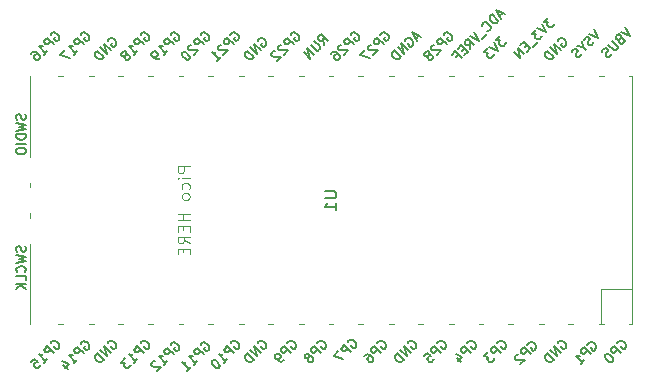
<source format=gbr>
%TF.GenerationSoftware,KiCad,Pcbnew,9.0.6*%
%TF.CreationDate,2025-12-30T21:58:58-08:00*%
%TF.ProjectId,keyboard,6b657962-6f61-4726-942e-6b696361645f,rev?*%
%TF.SameCoordinates,Original*%
%TF.FileFunction,Legend,Bot*%
%TF.FilePolarity,Positive*%
%FSLAX46Y46*%
G04 Gerber Fmt 4.6, Leading zero omitted, Abs format (unit mm)*
G04 Created by KiCad (PCBNEW 9.0.6) date 2025-12-30 21:58:58*
%MOMM*%
%LPD*%
G01*
G04 APERTURE LIST*
%ADD10C,0.100000*%
%ADD11C,0.150000*%
%ADD12C,0.120000*%
G04 APERTURE END LIST*
D10*
X324357419Y-81583884D02*
X323357419Y-81583884D01*
X323357419Y-81583884D02*
X323357419Y-81964836D01*
X323357419Y-81964836D02*
X323405038Y-82060074D01*
X323405038Y-82060074D02*
X323452657Y-82107693D01*
X323452657Y-82107693D02*
X323547895Y-82155312D01*
X323547895Y-82155312D02*
X323690752Y-82155312D01*
X323690752Y-82155312D02*
X323785990Y-82107693D01*
X323785990Y-82107693D02*
X323833609Y-82060074D01*
X323833609Y-82060074D02*
X323881228Y-81964836D01*
X323881228Y-81964836D02*
X323881228Y-81583884D01*
X324357419Y-82583884D02*
X323690752Y-82583884D01*
X323357419Y-82583884D02*
X323405038Y-82536265D01*
X323405038Y-82536265D02*
X323452657Y-82583884D01*
X323452657Y-82583884D02*
X323405038Y-82631503D01*
X323405038Y-82631503D02*
X323357419Y-82583884D01*
X323357419Y-82583884D02*
X323452657Y-82583884D01*
X324309800Y-83488645D02*
X324357419Y-83393407D01*
X324357419Y-83393407D02*
X324357419Y-83202931D01*
X324357419Y-83202931D02*
X324309800Y-83107693D01*
X324309800Y-83107693D02*
X324262180Y-83060074D01*
X324262180Y-83060074D02*
X324166942Y-83012455D01*
X324166942Y-83012455D02*
X323881228Y-83012455D01*
X323881228Y-83012455D02*
X323785990Y-83060074D01*
X323785990Y-83060074D02*
X323738371Y-83107693D01*
X323738371Y-83107693D02*
X323690752Y-83202931D01*
X323690752Y-83202931D02*
X323690752Y-83393407D01*
X323690752Y-83393407D02*
X323738371Y-83488645D01*
X324357419Y-84060074D02*
X324309800Y-83964836D01*
X324309800Y-83964836D02*
X324262180Y-83917217D01*
X324262180Y-83917217D02*
X324166942Y-83869598D01*
X324166942Y-83869598D02*
X323881228Y-83869598D01*
X323881228Y-83869598D02*
X323785990Y-83917217D01*
X323785990Y-83917217D02*
X323738371Y-83964836D01*
X323738371Y-83964836D02*
X323690752Y-84060074D01*
X323690752Y-84060074D02*
X323690752Y-84202931D01*
X323690752Y-84202931D02*
X323738371Y-84298169D01*
X323738371Y-84298169D02*
X323785990Y-84345788D01*
X323785990Y-84345788D02*
X323881228Y-84393407D01*
X323881228Y-84393407D02*
X324166942Y-84393407D01*
X324166942Y-84393407D02*
X324262180Y-84345788D01*
X324262180Y-84345788D02*
X324309800Y-84298169D01*
X324309800Y-84298169D02*
X324357419Y-84202931D01*
X324357419Y-84202931D02*
X324357419Y-84060074D01*
X324357419Y-85583884D02*
X323357419Y-85583884D01*
X323833609Y-85583884D02*
X323833609Y-86155312D01*
X324357419Y-86155312D02*
X323357419Y-86155312D01*
X323833609Y-86631503D02*
X323833609Y-86964836D01*
X324357419Y-87107693D02*
X324357419Y-86631503D01*
X324357419Y-86631503D02*
X323357419Y-86631503D01*
X323357419Y-86631503D02*
X323357419Y-87107693D01*
X324357419Y-88107693D02*
X323881228Y-87774360D01*
X324357419Y-87536265D02*
X323357419Y-87536265D01*
X323357419Y-87536265D02*
X323357419Y-87917217D01*
X323357419Y-87917217D02*
X323405038Y-88012455D01*
X323405038Y-88012455D02*
X323452657Y-88060074D01*
X323452657Y-88060074D02*
X323547895Y-88107693D01*
X323547895Y-88107693D02*
X323690752Y-88107693D01*
X323690752Y-88107693D02*
X323785990Y-88060074D01*
X323785990Y-88060074D02*
X323833609Y-88012455D01*
X323833609Y-88012455D02*
X323881228Y-87917217D01*
X323881228Y-87917217D02*
X323881228Y-87536265D01*
X323833609Y-88536265D02*
X323833609Y-88869598D01*
X324357419Y-89012455D02*
X324357419Y-88536265D01*
X324357419Y-88536265D02*
X323357419Y-88536265D01*
X323357419Y-88536265D02*
X323357419Y-89012455D01*
D11*
X335774819Y-83693095D02*
X336584342Y-83693095D01*
X336584342Y-83693095D02*
X336679580Y-83740714D01*
X336679580Y-83740714D02*
X336727200Y-83788333D01*
X336727200Y-83788333D02*
X336774819Y-83883571D01*
X336774819Y-83883571D02*
X336774819Y-84074047D01*
X336774819Y-84074047D02*
X336727200Y-84169285D01*
X336727200Y-84169285D02*
X336679580Y-84216904D01*
X336679580Y-84216904D02*
X336584342Y-84264523D01*
X336584342Y-84264523D02*
X335774819Y-84264523D01*
X336774819Y-85264523D02*
X336774819Y-84693095D01*
X336774819Y-84978809D02*
X335774819Y-84978809D01*
X335774819Y-84978809D02*
X335917676Y-84883571D01*
X335917676Y-84883571D02*
X336012914Y-84788333D01*
X336012914Y-84788333D02*
X336060533Y-84693095D01*
X347871494Y-96568372D02*
X347898431Y-96487560D01*
X347898431Y-96487560D02*
X347979243Y-96406748D01*
X347979243Y-96406748D02*
X348086993Y-96352873D01*
X348086993Y-96352873D02*
X348194742Y-96352873D01*
X348194742Y-96352873D02*
X348275555Y-96379810D01*
X348275555Y-96379810D02*
X348410242Y-96460623D01*
X348410242Y-96460623D02*
X348491054Y-96541435D01*
X348491054Y-96541435D02*
X348571866Y-96676122D01*
X348571866Y-96676122D02*
X348598803Y-96756934D01*
X348598803Y-96756934D02*
X348598803Y-96864684D01*
X348598803Y-96864684D02*
X348544929Y-96972433D01*
X348544929Y-96972433D02*
X348491054Y-97026308D01*
X348491054Y-97026308D02*
X348383304Y-97080183D01*
X348383304Y-97080183D02*
X348329429Y-97080183D01*
X348329429Y-97080183D02*
X348140868Y-96891621D01*
X348140868Y-96891621D02*
X348248617Y-96783871D01*
X348140868Y-97376494D02*
X347575182Y-96810809D01*
X347575182Y-96810809D02*
X347359683Y-97026308D01*
X347359683Y-97026308D02*
X347332746Y-97107120D01*
X347332746Y-97107120D02*
X347332746Y-97160995D01*
X347332746Y-97160995D02*
X347359683Y-97241807D01*
X347359683Y-97241807D02*
X347440495Y-97322619D01*
X347440495Y-97322619D02*
X347521307Y-97349557D01*
X347521307Y-97349557D02*
X347575182Y-97349557D01*
X347575182Y-97349557D02*
X347655994Y-97322619D01*
X347655994Y-97322619D02*
X347871494Y-97107120D01*
X346955622Y-97807493D02*
X347332746Y-98184616D01*
X346874810Y-97457306D02*
X347413558Y-97726680D01*
X347413558Y-97726680D02*
X347063372Y-98076867D01*
X343761240Y-70498873D02*
X343491866Y-70768247D01*
X343976739Y-70606623D02*
X343222492Y-70229499D01*
X343222492Y-70229499D02*
X343599615Y-70983746D01*
X342575994Y-70929871D02*
X342602932Y-70849059D01*
X342602932Y-70849059D02*
X342683744Y-70768247D01*
X342683744Y-70768247D02*
X342791494Y-70714372D01*
X342791494Y-70714372D02*
X342899243Y-70714372D01*
X342899243Y-70714372D02*
X342980055Y-70741310D01*
X342980055Y-70741310D02*
X343114742Y-70822122D01*
X343114742Y-70822122D02*
X343195555Y-70902934D01*
X343195555Y-70902934D02*
X343276367Y-71037621D01*
X343276367Y-71037621D02*
X343303304Y-71118433D01*
X343303304Y-71118433D02*
X343303304Y-71226183D01*
X343303304Y-71226183D02*
X343249429Y-71333932D01*
X343249429Y-71333932D02*
X343195555Y-71387807D01*
X343195555Y-71387807D02*
X343087805Y-71441682D01*
X343087805Y-71441682D02*
X343033930Y-71441682D01*
X343033930Y-71441682D02*
X342845368Y-71253120D01*
X342845368Y-71253120D02*
X342953118Y-71145371D01*
X342845368Y-71737993D02*
X342279683Y-71172308D01*
X342279683Y-71172308D02*
X342522120Y-72061242D01*
X342522120Y-72061242D02*
X341956434Y-71495557D01*
X342252746Y-72330616D02*
X341687060Y-71764931D01*
X341687060Y-71764931D02*
X341552373Y-71899618D01*
X341552373Y-71899618D02*
X341498498Y-72007367D01*
X341498498Y-72007367D02*
X341498498Y-72115117D01*
X341498498Y-72115117D02*
X341525436Y-72195929D01*
X341525436Y-72195929D02*
X341606248Y-72330616D01*
X341606248Y-72330616D02*
X341687060Y-72411428D01*
X341687060Y-72411428D02*
X341821747Y-72492241D01*
X341821747Y-72492241D02*
X341902560Y-72519178D01*
X341902560Y-72519178D02*
X342010309Y-72519178D01*
X342010309Y-72519178D02*
X342118059Y-72465303D01*
X342118059Y-72465303D02*
X342252746Y-72330616D01*
X350411494Y-96568372D02*
X350438431Y-96487560D01*
X350438431Y-96487560D02*
X350519243Y-96406748D01*
X350519243Y-96406748D02*
X350626993Y-96352873D01*
X350626993Y-96352873D02*
X350734742Y-96352873D01*
X350734742Y-96352873D02*
X350815555Y-96379810D01*
X350815555Y-96379810D02*
X350950242Y-96460623D01*
X350950242Y-96460623D02*
X351031054Y-96541435D01*
X351031054Y-96541435D02*
X351111866Y-96676122D01*
X351111866Y-96676122D02*
X351138803Y-96756934D01*
X351138803Y-96756934D02*
X351138803Y-96864684D01*
X351138803Y-96864684D02*
X351084929Y-96972433D01*
X351084929Y-96972433D02*
X351031054Y-97026308D01*
X351031054Y-97026308D02*
X350923304Y-97080183D01*
X350923304Y-97080183D02*
X350869429Y-97080183D01*
X350869429Y-97080183D02*
X350680868Y-96891621D01*
X350680868Y-96891621D02*
X350788617Y-96783871D01*
X350680868Y-97376494D02*
X350115182Y-96810809D01*
X350115182Y-96810809D02*
X349899683Y-97026308D01*
X349899683Y-97026308D02*
X349872746Y-97107120D01*
X349872746Y-97107120D02*
X349872746Y-97160995D01*
X349872746Y-97160995D02*
X349899683Y-97241807D01*
X349899683Y-97241807D02*
X349980495Y-97322619D01*
X349980495Y-97322619D02*
X350061307Y-97349557D01*
X350061307Y-97349557D02*
X350115182Y-97349557D01*
X350115182Y-97349557D02*
X350195994Y-97322619D01*
X350195994Y-97322619D02*
X350411494Y-97107120D01*
X349603372Y-97322619D02*
X349253185Y-97672806D01*
X349253185Y-97672806D02*
X349657246Y-97699743D01*
X349657246Y-97699743D02*
X349576434Y-97780555D01*
X349576434Y-97780555D02*
X349549497Y-97861367D01*
X349549497Y-97861367D02*
X349549497Y-97915242D01*
X349549497Y-97915242D02*
X349576434Y-97996054D01*
X349576434Y-97996054D02*
X349711121Y-98130741D01*
X349711121Y-98130741D02*
X349791933Y-98157679D01*
X349791933Y-98157679D02*
X349845808Y-98157679D01*
X349845808Y-98157679D02*
X349926620Y-98130741D01*
X349926620Y-98130741D02*
X350088245Y-97969117D01*
X350088245Y-97969117D02*
X350115182Y-97888305D01*
X350115182Y-97888305D02*
X350115182Y-97834430D01*
X330118431Y-96541435D02*
X330145368Y-96460623D01*
X330145368Y-96460623D02*
X330226180Y-96379811D01*
X330226180Y-96379811D02*
X330333930Y-96325936D01*
X330333930Y-96325936D02*
X330441680Y-96325936D01*
X330441680Y-96325936D02*
X330522492Y-96352873D01*
X330522492Y-96352873D02*
X330657179Y-96433685D01*
X330657179Y-96433685D02*
X330737991Y-96514498D01*
X330737991Y-96514498D02*
X330818803Y-96649185D01*
X330818803Y-96649185D02*
X330845741Y-96729997D01*
X330845741Y-96729997D02*
X330845741Y-96837746D01*
X330845741Y-96837746D02*
X330791866Y-96945496D01*
X330791866Y-96945496D02*
X330737991Y-96999371D01*
X330737991Y-96999371D02*
X330630241Y-97053246D01*
X330630241Y-97053246D02*
X330576367Y-97053246D01*
X330576367Y-97053246D02*
X330387805Y-96864684D01*
X330387805Y-96864684D02*
X330495554Y-96756934D01*
X330387805Y-97349557D02*
X329822119Y-96783872D01*
X329822119Y-96783872D02*
X330064556Y-97672806D01*
X330064556Y-97672806D02*
X329498871Y-97107120D01*
X329795182Y-97942180D02*
X329229497Y-97376494D01*
X329229497Y-97376494D02*
X329094810Y-97511181D01*
X329094810Y-97511181D02*
X329040935Y-97618931D01*
X329040935Y-97618931D02*
X329040935Y-97726680D01*
X329040935Y-97726680D02*
X329067872Y-97807493D01*
X329067872Y-97807493D02*
X329148685Y-97942180D01*
X329148685Y-97942180D02*
X329229497Y-98022992D01*
X329229497Y-98022992D02*
X329364184Y-98103804D01*
X329364184Y-98103804D02*
X329444996Y-98130741D01*
X329444996Y-98130741D02*
X329552746Y-98130741D01*
X329552746Y-98130741D02*
X329660495Y-98076867D01*
X329660495Y-98076867D02*
X329795182Y-97942180D01*
X322740868Y-70444998D02*
X322767805Y-70364185D01*
X322767805Y-70364185D02*
X322848618Y-70283373D01*
X322848618Y-70283373D02*
X322956367Y-70229498D01*
X322956367Y-70229498D02*
X323064117Y-70229498D01*
X323064117Y-70229498D02*
X323144929Y-70256436D01*
X323144929Y-70256436D02*
X323279616Y-70337248D01*
X323279616Y-70337248D02*
X323360428Y-70418060D01*
X323360428Y-70418060D02*
X323441241Y-70552747D01*
X323441241Y-70552747D02*
X323468178Y-70633560D01*
X323468178Y-70633560D02*
X323468178Y-70741309D01*
X323468178Y-70741309D02*
X323414303Y-70849059D01*
X323414303Y-70849059D02*
X323360428Y-70902934D01*
X323360428Y-70902934D02*
X323252679Y-70956808D01*
X323252679Y-70956808D02*
X323198804Y-70956808D01*
X323198804Y-70956808D02*
X323010242Y-70768247D01*
X323010242Y-70768247D02*
X323117992Y-70660497D01*
X323010242Y-71253120D02*
X322444557Y-70687434D01*
X322444557Y-70687434D02*
X322229057Y-70902934D01*
X322229057Y-70902934D02*
X322202120Y-70983746D01*
X322202120Y-70983746D02*
X322202120Y-71037621D01*
X322202120Y-71037621D02*
X322229057Y-71118433D01*
X322229057Y-71118433D02*
X322309870Y-71199245D01*
X322309870Y-71199245D02*
X322390682Y-71226182D01*
X322390682Y-71226182D02*
X322444557Y-71226182D01*
X322444557Y-71226182D02*
X322525369Y-71199245D01*
X322525369Y-71199245D02*
X322740868Y-70983746D01*
X322148245Y-72115117D02*
X322471494Y-71791868D01*
X322309870Y-71953492D02*
X321744184Y-71387807D01*
X321744184Y-71387807D02*
X321878871Y-71414744D01*
X321878871Y-71414744D02*
X321986621Y-71414744D01*
X321986621Y-71414744D02*
X322067433Y-71387807D01*
X321878871Y-72384491D02*
X321771121Y-72492240D01*
X321771121Y-72492240D02*
X321690309Y-72519178D01*
X321690309Y-72519178D02*
X321636434Y-72519178D01*
X321636434Y-72519178D02*
X321501747Y-72492240D01*
X321501747Y-72492240D02*
X321367060Y-72411428D01*
X321367060Y-72411428D02*
X321151561Y-72195929D01*
X321151561Y-72195929D02*
X321124624Y-72115117D01*
X321124624Y-72115117D02*
X321124624Y-72061242D01*
X321124624Y-72061242D02*
X321151561Y-71980430D01*
X321151561Y-71980430D02*
X321259311Y-71872680D01*
X321259311Y-71872680D02*
X321340123Y-71845743D01*
X321340123Y-71845743D02*
X321393998Y-71845743D01*
X321393998Y-71845743D02*
X321474810Y-71872680D01*
X321474810Y-71872680D02*
X321609497Y-72007367D01*
X321609497Y-72007367D02*
X321636434Y-72088179D01*
X321636434Y-72088179D02*
X321636434Y-72142054D01*
X321636434Y-72142054D02*
X321609497Y-72222866D01*
X321609497Y-72222866D02*
X321501747Y-72330616D01*
X321501747Y-72330616D02*
X321420935Y-72357553D01*
X321420935Y-72357553D02*
X321367060Y-72357553D01*
X321367060Y-72357553D02*
X321286248Y-72330616D01*
X325280868Y-96698998D02*
X325307805Y-96618185D01*
X325307805Y-96618185D02*
X325388618Y-96537373D01*
X325388618Y-96537373D02*
X325496367Y-96483498D01*
X325496367Y-96483498D02*
X325604117Y-96483498D01*
X325604117Y-96483498D02*
X325684929Y-96510436D01*
X325684929Y-96510436D02*
X325819616Y-96591248D01*
X325819616Y-96591248D02*
X325900428Y-96672060D01*
X325900428Y-96672060D02*
X325981241Y-96806747D01*
X325981241Y-96806747D02*
X326008178Y-96887560D01*
X326008178Y-96887560D02*
X326008178Y-96995309D01*
X326008178Y-96995309D02*
X325954303Y-97103059D01*
X325954303Y-97103059D02*
X325900428Y-97156934D01*
X325900428Y-97156934D02*
X325792679Y-97210808D01*
X325792679Y-97210808D02*
X325738804Y-97210808D01*
X325738804Y-97210808D02*
X325550242Y-97022247D01*
X325550242Y-97022247D02*
X325657992Y-96914497D01*
X325550242Y-97507120D02*
X324984557Y-96941434D01*
X324984557Y-96941434D02*
X324769057Y-97156934D01*
X324769057Y-97156934D02*
X324742120Y-97237746D01*
X324742120Y-97237746D02*
X324742120Y-97291621D01*
X324742120Y-97291621D02*
X324769057Y-97372433D01*
X324769057Y-97372433D02*
X324849870Y-97453245D01*
X324849870Y-97453245D02*
X324930682Y-97480182D01*
X324930682Y-97480182D02*
X324984557Y-97480182D01*
X324984557Y-97480182D02*
X325065369Y-97453245D01*
X325065369Y-97453245D02*
X325280868Y-97237746D01*
X324688245Y-98369117D02*
X325011494Y-98045868D01*
X324849870Y-98207492D02*
X324284184Y-97641807D01*
X324284184Y-97641807D02*
X324418871Y-97668744D01*
X324418871Y-97668744D02*
X324526621Y-97668744D01*
X324526621Y-97668744D02*
X324607433Y-97641807D01*
X324149497Y-98907865D02*
X324472746Y-98584616D01*
X324311121Y-98746240D02*
X323745436Y-98180555D01*
X323745436Y-98180555D02*
X323880123Y-98207492D01*
X323880123Y-98207492D02*
X323987873Y-98207492D01*
X323987873Y-98207492D02*
X324068685Y-98180555D01*
X317418431Y-96541435D02*
X317445368Y-96460623D01*
X317445368Y-96460623D02*
X317526180Y-96379811D01*
X317526180Y-96379811D02*
X317633930Y-96325936D01*
X317633930Y-96325936D02*
X317741680Y-96325936D01*
X317741680Y-96325936D02*
X317822492Y-96352873D01*
X317822492Y-96352873D02*
X317957179Y-96433685D01*
X317957179Y-96433685D02*
X318037991Y-96514498D01*
X318037991Y-96514498D02*
X318118803Y-96649185D01*
X318118803Y-96649185D02*
X318145741Y-96729997D01*
X318145741Y-96729997D02*
X318145741Y-96837746D01*
X318145741Y-96837746D02*
X318091866Y-96945496D01*
X318091866Y-96945496D02*
X318037991Y-96999371D01*
X318037991Y-96999371D02*
X317930241Y-97053246D01*
X317930241Y-97053246D02*
X317876367Y-97053246D01*
X317876367Y-97053246D02*
X317687805Y-96864684D01*
X317687805Y-96864684D02*
X317795554Y-96756934D01*
X317687805Y-97349557D02*
X317122119Y-96783872D01*
X317122119Y-96783872D02*
X317364556Y-97672806D01*
X317364556Y-97672806D02*
X316798871Y-97107120D01*
X317095182Y-97942180D02*
X316529497Y-97376494D01*
X316529497Y-97376494D02*
X316394810Y-97511181D01*
X316394810Y-97511181D02*
X316340935Y-97618931D01*
X316340935Y-97618931D02*
X316340935Y-97726680D01*
X316340935Y-97726680D02*
X316367872Y-97807493D01*
X316367872Y-97807493D02*
X316448685Y-97942180D01*
X316448685Y-97942180D02*
X316529497Y-98022992D01*
X316529497Y-98022992D02*
X316664184Y-98103804D01*
X316664184Y-98103804D02*
X316744996Y-98130741D01*
X316744996Y-98130741D02*
X316852746Y-98130741D01*
X316852746Y-98130741D02*
X316960495Y-98076867D01*
X316960495Y-98076867D02*
X317095182Y-97942180D01*
X310444200Y-77159761D02*
X310482295Y-77274047D01*
X310482295Y-77274047D02*
X310482295Y-77464523D01*
X310482295Y-77464523D02*
X310444200Y-77540714D01*
X310444200Y-77540714D02*
X310406104Y-77578809D01*
X310406104Y-77578809D02*
X310329914Y-77616904D01*
X310329914Y-77616904D02*
X310253723Y-77616904D01*
X310253723Y-77616904D02*
X310177533Y-77578809D01*
X310177533Y-77578809D02*
X310139438Y-77540714D01*
X310139438Y-77540714D02*
X310101342Y-77464523D01*
X310101342Y-77464523D02*
X310063247Y-77312142D01*
X310063247Y-77312142D02*
X310025152Y-77235952D01*
X310025152Y-77235952D02*
X309987057Y-77197857D01*
X309987057Y-77197857D02*
X309910866Y-77159761D01*
X309910866Y-77159761D02*
X309834676Y-77159761D01*
X309834676Y-77159761D02*
X309758485Y-77197857D01*
X309758485Y-77197857D02*
X309720390Y-77235952D01*
X309720390Y-77235952D02*
X309682295Y-77312142D01*
X309682295Y-77312142D02*
X309682295Y-77502619D01*
X309682295Y-77502619D02*
X309720390Y-77616904D01*
X309682295Y-77883571D02*
X310482295Y-78074047D01*
X310482295Y-78074047D02*
X309910866Y-78226428D01*
X309910866Y-78226428D02*
X310482295Y-78378809D01*
X310482295Y-78378809D02*
X309682295Y-78569286D01*
X310482295Y-78874048D02*
X309682295Y-78874048D01*
X309682295Y-78874048D02*
X309682295Y-79064524D01*
X309682295Y-79064524D02*
X309720390Y-79178810D01*
X309720390Y-79178810D02*
X309796580Y-79255000D01*
X309796580Y-79255000D02*
X309872771Y-79293095D01*
X309872771Y-79293095D02*
X310025152Y-79331191D01*
X310025152Y-79331191D02*
X310139438Y-79331191D01*
X310139438Y-79331191D02*
X310291819Y-79293095D01*
X310291819Y-79293095D02*
X310368009Y-79255000D01*
X310368009Y-79255000D02*
X310444200Y-79178810D01*
X310444200Y-79178810D02*
X310482295Y-79064524D01*
X310482295Y-79064524D02*
X310482295Y-78874048D01*
X310482295Y-79674048D02*
X309682295Y-79674048D01*
X309682295Y-80207381D02*
X309682295Y-80359762D01*
X309682295Y-80359762D02*
X309720390Y-80435952D01*
X309720390Y-80435952D02*
X309796580Y-80512143D01*
X309796580Y-80512143D02*
X309948961Y-80550238D01*
X309948961Y-80550238D02*
X310215628Y-80550238D01*
X310215628Y-80550238D02*
X310368009Y-80512143D01*
X310368009Y-80512143D02*
X310444200Y-80435952D01*
X310444200Y-80435952D02*
X310482295Y-80359762D01*
X310482295Y-80359762D02*
X310482295Y-80207381D01*
X310482295Y-80207381D02*
X310444200Y-80131190D01*
X310444200Y-80131190D02*
X310368009Y-80055000D01*
X310368009Y-80055000D02*
X310215628Y-80016904D01*
X310215628Y-80016904D02*
X309948961Y-80016904D01*
X309948961Y-80016904D02*
X309796580Y-80055000D01*
X309796580Y-80055000D02*
X309720390Y-80131190D01*
X309720390Y-80131190D02*
X309682295Y-80207381D01*
X355518431Y-70941435D02*
X355545368Y-70860623D01*
X355545368Y-70860623D02*
X355626180Y-70779811D01*
X355626180Y-70779811D02*
X355733930Y-70725936D01*
X355733930Y-70725936D02*
X355841680Y-70725936D01*
X355841680Y-70725936D02*
X355922492Y-70752873D01*
X355922492Y-70752873D02*
X356057179Y-70833685D01*
X356057179Y-70833685D02*
X356137991Y-70914498D01*
X356137991Y-70914498D02*
X356218803Y-71049185D01*
X356218803Y-71049185D02*
X356245741Y-71129997D01*
X356245741Y-71129997D02*
X356245741Y-71237746D01*
X356245741Y-71237746D02*
X356191866Y-71345496D01*
X356191866Y-71345496D02*
X356137991Y-71399371D01*
X356137991Y-71399371D02*
X356030241Y-71453246D01*
X356030241Y-71453246D02*
X355976367Y-71453246D01*
X355976367Y-71453246D02*
X355787805Y-71264684D01*
X355787805Y-71264684D02*
X355895554Y-71156934D01*
X355787805Y-71749557D02*
X355222119Y-71183872D01*
X355222119Y-71183872D02*
X355464556Y-72072806D01*
X355464556Y-72072806D02*
X354898871Y-71507120D01*
X355195182Y-72342180D02*
X354629497Y-71776494D01*
X354629497Y-71776494D02*
X354494810Y-71911181D01*
X354494810Y-71911181D02*
X354440935Y-72018931D01*
X354440935Y-72018931D02*
X354440935Y-72126680D01*
X354440935Y-72126680D02*
X354467872Y-72207493D01*
X354467872Y-72207493D02*
X354548685Y-72342180D01*
X354548685Y-72342180D02*
X354629497Y-72422992D01*
X354629497Y-72422992D02*
X354764184Y-72503804D01*
X354764184Y-72503804D02*
X354844996Y-72530741D01*
X354844996Y-72530741D02*
X354952746Y-72530741D01*
X354952746Y-72530741D02*
X355060495Y-72476867D01*
X355060495Y-72476867D02*
X355195182Y-72342180D01*
X345854868Y-70444998D02*
X345881805Y-70364185D01*
X345881805Y-70364185D02*
X345962618Y-70283373D01*
X345962618Y-70283373D02*
X346070367Y-70229498D01*
X346070367Y-70229498D02*
X346178117Y-70229498D01*
X346178117Y-70229498D02*
X346258929Y-70256436D01*
X346258929Y-70256436D02*
X346393616Y-70337248D01*
X346393616Y-70337248D02*
X346474428Y-70418060D01*
X346474428Y-70418060D02*
X346555241Y-70552747D01*
X346555241Y-70552747D02*
X346582178Y-70633560D01*
X346582178Y-70633560D02*
X346582178Y-70741309D01*
X346582178Y-70741309D02*
X346528303Y-70849059D01*
X346528303Y-70849059D02*
X346474428Y-70902934D01*
X346474428Y-70902934D02*
X346366679Y-70956808D01*
X346366679Y-70956808D02*
X346312804Y-70956808D01*
X346312804Y-70956808D02*
X346124242Y-70768247D01*
X346124242Y-70768247D02*
X346231992Y-70660497D01*
X346124242Y-71253120D02*
X345558557Y-70687434D01*
X345558557Y-70687434D02*
X345343057Y-70902934D01*
X345343057Y-70902934D02*
X345316120Y-70983746D01*
X345316120Y-70983746D02*
X345316120Y-71037621D01*
X345316120Y-71037621D02*
X345343057Y-71118433D01*
X345343057Y-71118433D02*
X345423870Y-71199245D01*
X345423870Y-71199245D02*
X345504682Y-71226182D01*
X345504682Y-71226182D02*
X345558557Y-71226182D01*
X345558557Y-71226182D02*
X345639369Y-71199245D01*
X345639369Y-71199245D02*
X345854868Y-70983746D01*
X345073683Y-71280057D02*
X345019809Y-71280057D01*
X345019809Y-71280057D02*
X344938996Y-71306995D01*
X344938996Y-71306995D02*
X344804309Y-71441682D01*
X344804309Y-71441682D02*
X344777372Y-71522494D01*
X344777372Y-71522494D02*
X344777372Y-71576369D01*
X344777372Y-71576369D02*
X344804309Y-71657181D01*
X344804309Y-71657181D02*
X344858184Y-71711056D01*
X344858184Y-71711056D02*
X344965934Y-71764930D01*
X344965934Y-71764930D02*
X345612431Y-71764930D01*
X345612431Y-71764930D02*
X345262245Y-72115117D01*
X344615747Y-72115117D02*
X344642685Y-72034305D01*
X344642685Y-72034305D02*
X344642685Y-71980430D01*
X344642685Y-71980430D02*
X344615747Y-71899618D01*
X344615747Y-71899618D02*
X344588810Y-71872680D01*
X344588810Y-71872680D02*
X344507998Y-71845743D01*
X344507998Y-71845743D02*
X344454123Y-71845743D01*
X344454123Y-71845743D02*
X344373311Y-71872680D01*
X344373311Y-71872680D02*
X344265561Y-71980430D01*
X344265561Y-71980430D02*
X344238624Y-72061242D01*
X344238624Y-72061242D02*
X344238624Y-72115117D01*
X344238624Y-72115117D02*
X344265561Y-72195929D01*
X344265561Y-72195929D02*
X344292499Y-72222866D01*
X344292499Y-72222866D02*
X344373311Y-72249804D01*
X344373311Y-72249804D02*
X344427186Y-72249804D01*
X344427186Y-72249804D02*
X344507998Y-72222866D01*
X344507998Y-72222866D02*
X344615747Y-72115117D01*
X344615747Y-72115117D02*
X344696560Y-72088179D01*
X344696560Y-72088179D02*
X344750434Y-72088179D01*
X344750434Y-72088179D02*
X344831247Y-72115117D01*
X344831247Y-72115117D02*
X344938996Y-72222866D01*
X344938996Y-72222866D02*
X344965934Y-72303679D01*
X344965934Y-72303679D02*
X344965934Y-72357553D01*
X344965934Y-72357553D02*
X344938996Y-72438366D01*
X344938996Y-72438366D02*
X344831247Y-72546115D01*
X344831247Y-72546115D02*
X344750434Y-72573053D01*
X344750434Y-72573053D02*
X344696560Y-72573053D01*
X344696560Y-72573053D02*
X344615747Y-72546115D01*
X344615747Y-72546115D02*
X344507998Y-72438366D01*
X344507998Y-72438366D02*
X344481060Y-72357553D01*
X344481060Y-72357553D02*
X344481060Y-72303679D01*
X344481060Y-72303679D02*
X344507998Y-72222866D01*
X350610868Y-70545123D02*
X350260682Y-70895309D01*
X350260682Y-70895309D02*
X350664743Y-70922247D01*
X350664743Y-70922247D02*
X350583931Y-71003059D01*
X350583931Y-71003059D02*
X350556993Y-71083871D01*
X350556993Y-71083871D02*
X350556993Y-71137746D01*
X350556993Y-71137746D02*
X350583931Y-71218558D01*
X350583931Y-71218558D02*
X350718618Y-71353245D01*
X350718618Y-71353245D02*
X350799430Y-71380182D01*
X350799430Y-71380182D02*
X350853305Y-71380182D01*
X350853305Y-71380182D02*
X350934117Y-71353245D01*
X350934117Y-71353245D02*
X351095741Y-71191621D01*
X351095741Y-71191621D02*
X351122679Y-71110808D01*
X351122679Y-71110808D02*
X351122679Y-71056934D01*
X350099057Y-71056934D02*
X350476181Y-71811181D01*
X350476181Y-71811181D02*
X349721934Y-71434057D01*
X349587247Y-71568744D02*
X349237061Y-71918930D01*
X349237061Y-71918930D02*
X349641122Y-71945868D01*
X349641122Y-71945868D02*
X349560309Y-72026680D01*
X349560309Y-72026680D02*
X349533372Y-72107492D01*
X349533372Y-72107492D02*
X349533372Y-72161367D01*
X349533372Y-72161367D02*
X349560309Y-72242179D01*
X349560309Y-72242179D02*
X349694996Y-72376866D01*
X349694996Y-72376866D02*
X349775809Y-72403804D01*
X349775809Y-72403804D02*
X349829683Y-72403804D01*
X349829683Y-72403804D02*
X349910496Y-72376866D01*
X349910496Y-72376866D02*
X350072120Y-72215242D01*
X350072120Y-72215242D02*
X350099057Y-72134430D01*
X350099057Y-72134430D02*
X350099057Y-72080555D01*
X361247585Y-69808406D02*
X361624709Y-70562653D01*
X361624709Y-70562653D02*
X360870462Y-70185529D01*
X360762712Y-70832027D02*
X360708838Y-70939776D01*
X360708838Y-70939776D02*
X360708838Y-70993651D01*
X360708838Y-70993651D02*
X360735775Y-71074463D01*
X360735775Y-71074463D02*
X360816587Y-71155276D01*
X360816587Y-71155276D02*
X360897399Y-71182213D01*
X360897399Y-71182213D02*
X360951274Y-71182213D01*
X360951274Y-71182213D02*
X361032086Y-71155276D01*
X361032086Y-71155276D02*
X361247586Y-70939776D01*
X361247586Y-70939776D02*
X360681900Y-70374091D01*
X360681900Y-70374091D02*
X360493338Y-70562653D01*
X360493338Y-70562653D02*
X360466401Y-70643465D01*
X360466401Y-70643465D02*
X360466401Y-70697340D01*
X360466401Y-70697340D02*
X360493338Y-70778152D01*
X360493338Y-70778152D02*
X360547213Y-70832027D01*
X360547213Y-70832027D02*
X360628025Y-70858964D01*
X360628025Y-70858964D02*
X360681900Y-70858964D01*
X360681900Y-70858964D02*
X360762712Y-70832027D01*
X360762712Y-70832027D02*
X360951274Y-70643465D01*
X360116215Y-70939776D02*
X360574151Y-71397712D01*
X360574151Y-71397712D02*
X360601088Y-71478524D01*
X360601088Y-71478524D02*
X360601088Y-71532399D01*
X360601088Y-71532399D02*
X360574151Y-71613211D01*
X360574151Y-71613211D02*
X360466401Y-71720961D01*
X360466401Y-71720961D02*
X360385589Y-71747898D01*
X360385589Y-71747898D02*
X360331714Y-71747898D01*
X360331714Y-71747898D02*
X360250902Y-71720961D01*
X360250902Y-71720961D02*
X359792966Y-71263025D01*
X360089277Y-72044210D02*
X360035403Y-72151959D01*
X360035403Y-72151959D02*
X359900716Y-72286646D01*
X359900716Y-72286646D02*
X359819903Y-72313584D01*
X359819903Y-72313584D02*
X359766029Y-72313584D01*
X359766029Y-72313584D02*
X359685216Y-72286646D01*
X359685216Y-72286646D02*
X359631342Y-72232771D01*
X359631342Y-72232771D02*
X359604404Y-72151959D01*
X359604404Y-72151959D02*
X359604404Y-72098084D01*
X359604404Y-72098084D02*
X359631342Y-72017272D01*
X359631342Y-72017272D02*
X359712154Y-71882585D01*
X359712154Y-71882585D02*
X359739091Y-71801773D01*
X359739091Y-71801773D02*
X359739091Y-71747898D01*
X359739091Y-71747898D02*
X359712154Y-71667086D01*
X359712154Y-71667086D02*
X359658279Y-71613211D01*
X359658279Y-71613211D02*
X359577467Y-71586274D01*
X359577467Y-71586274D02*
X359523592Y-71586274D01*
X359523592Y-71586274D02*
X359442780Y-71613211D01*
X359442780Y-71613211D02*
X359308093Y-71747898D01*
X359308093Y-71747898D02*
X359254218Y-71855648D01*
X312580868Y-70444998D02*
X312607805Y-70364185D01*
X312607805Y-70364185D02*
X312688618Y-70283373D01*
X312688618Y-70283373D02*
X312796367Y-70229498D01*
X312796367Y-70229498D02*
X312904117Y-70229498D01*
X312904117Y-70229498D02*
X312984929Y-70256436D01*
X312984929Y-70256436D02*
X313119616Y-70337248D01*
X313119616Y-70337248D02*
X313200428Y-70418060D01*
X313200428Y-70418060D02*
X313281241Y-70552747D01*
X313281241Y-70552747D02*
X313308178Y-70633560D01*
X313308178Y-70633560D02*
X313308178Y-70741309D01*
X313308178Y-70741309D02*
X313254303Y-70849059D01*
X313254303Y-70849059D02*
X313200428Y-70902934D01*
X313200428Y-70902934D02*
X313092679Y-70956808D01*
X313092679Y-70956808D02*
X313038804Y-70956808D01*
X313038804Y-70956808D02*
X312850242Y-70768247D01*
X312850242Y-70768247D02*
X312957992Y-70660497D01*
X312850242Y-71253120D02*
X312284557Y-70687434D01*
X312284557Y-70687434D02*
X312069057Y-70902934D01*
X312069057Y-70902934D02*
X312042120Y-70983746D01*
X312042120Y-70983746D02*
X312042120Y-71037621D01*
X312042120Y-71037621D02*
X312069057Y-71118433D01*
X312069057Y-71118433D02*
X312149870Y-71199245D01*
X312149870Y-71199245D02*
X312230682Y-71226182D01*
X312230682Y-71226182D02*
X312284557Y-71226182D01*
X312284557Y-71226182D02*
X312365369Y-71199245D01*
X312365369Y-71199245D02*
X312580868Y-70983746D01*
X311988245Y-72115117D02*
X312311494Y-71791868D01*
X312149870Y-71953492D02*
X311584184Y-71387807D01*
X311584184Y-71387807D02*
X311718871Y-71414744D01*
X311718871Y-71414744D02*
X311826621Y-71414744D01*
X311826621Y-71414744D02*
X311907433Y-71387807D01*
X310937686Y-72034305D02*
X311045436Y-71926555D01*
X311045436Y-71926555D02*
X311126248Y-71899618D01*
X311126248Y-71899618D02*
X311180123Y-71899618D01*
X311180123Y-71899618D02*
X311314810Y-71926555D01*
X311314810Y-71926555D02*
X311449497Y-72007367D01*
X311449497Y-72007367D02*
X311664996Y-72222866D01*
X311664996Y-72222866D02*
X311691934Y-72303679D01*
X311691934Y-72303679D02*
X311691934Y-72357553D01*
X311691934Y-72357553D02*
X311664996Y-72438366D01*
X311664996Y-72438366D02*
X311557247Y-72546115D01*
X311557247Y-72546115D02*
X311476434Y-72573053D01*
X311476434Y-72573053D02*
X311422560Y-72573053D01*
X311422560Y-72573053D02*
X311341747Y-72546115D01*
X311341747Y-72546115D02*
X311207060Y-72411428D01*
X311207060Y-72411428D02*
X311180123Y-72330616D01*
X311180123Y-72330616D02*
X311180123Y-72276741D01*
X311180123Y-72276741D02*
X311207060Y-72195929D01*
X311207060Y-72195929D02*
X311314810Y-72088179D01*
X311314810Y-72088179D02*
X311395622Y-72061242D01*
X311395622Y-72061242D02*
X311449497Y-72061242D01*
X311449497Y-72061242D02*
X311530309Y-72088179D01*
X320200868Y-70444998D02*
X320227805Y-70364185D01*
X320227805Y-70364185D02*
X320308618Y-70283373D01*
X320308618Y-70283373D02*
X320416367Y-70229498D01*
X320416367Y-70229498D02*
X320524117Y-70229498D01*
X320524117Y-70229498D02*
X320604929Y-70256436D01*
X320604929Y-70256436D02*
X320739616Y-70337248D01*
X320739616Y-70337248D02*
X320820428Y-70418060D01*
X320820428Y-70418060D02*
X320901241Y-70552747D01*
X320901241Y-70552747D02*
X320928178Y-70633560D01*
X320928178Y-70633560D02*
X320928178Y-70741309D01*
X320928178Y-70741309D02*
X320874303Y-70849059D01*
X320874303Y-70849059D02*
X320820428Y-70902934D01*
X320820428Y-70902934D02*
X320712679Y-70956808D01*
X320712679Y-70956808D02*
X320658804Y-70956808D01*
X320658804Y-70956808D02*
X320470242Y-70768247D01*
X320470242Y-70768247D02*
X320577992Y-70660497D01*
X320470242Y-71253120D02*
X319904557Y-70687434D01*
X319904557Y-70687434D02*
X319689057Y-70902934D01*
X319689057Y-70902934D02*
X319662120Y-70983746D01*
X319662120Y-70983746D02*
X319662120Y-71037621D01*
X319662120Y-71037621D02*
X319689057Y-71118433D01*
X319689057Y-71118433D02*
X319769870Y-71199245D01*
X319769870Y-71199245D02*
X319850682Y-71226182D01*
X319850682Y-71226182D02*
X319904557Y-71226182D01*
X319904557Y-71226182D02*
X319985369Y-71199245D01*
X319985369Y-71199245D02*
X320200868Y-70983746D01*
X319608245Y-72115117D02*
X319931494Y-71791868D01*
X319769870Y-71953492D02*
X319204184Y-71387807D01*
X319204184Y-71387807D02*
X319338871Y-71414744D01*
X319338871Y-71414744D02*
X319446621Y-71414744D01*
X319446621Y-71414744D02*
X319527433Y-71387807D01*
X318961747Y-72115117D02*
X318988685Y-72034305D01*
X318988685Y-72034305D02*
X318988685Y-71980430D01*
X318988685Y-71980430D02*
X318961747Y-71899618D01*
X318961747Y-71899618D02*
X318934810Y-71872680D01*
X318934810Y-71872680D02*
X318853998Y-71845743D01*
X318853998Y-71845743D02*
X318800123Y-71845743D01*
X318800123Y-71845743D02*
X318719311Y-71872680D01*
X318719311Y-71872680D02*
X318611561Y-71980430D01*
X318611561Y-71980430D02*
X318584624Y-72061242D01*
X318584624Y-72061242D02*
X318584624Y-72115117D01*
X318584624Y-72115117D02*
X318611561Y-72195929D01*
X318611561Y-72195929D02*
X318638499Y-72222866D01*
X318638499Y-72222866D02*
X318719311Y-72249804D01*
X318719311Y-72249804D02*
X318773186Y-72249804D01*
X318773186Y-72249804D02*
X318853998Y-72222866D01*
X318853998Y-72222866D02*
X318961747Y-72115117D01*
X318961747Y-72115117D02*
X319042560Y-72088179D01*
X319042560Y-72088179D02*
X319096434Y-72088179D01*
X319096434Y-72088179D02*
X319177247Y-72115117D01*
X319177247Y-72115117D02*
X319284996Y-72222866D01*
X319284996Y-72222866D02*
X319311934Y-72303679D01*
X319311934Y-72303679D02*
X319311934Y-72357553D01*
X319311934Y-72357553D02*
X319284996Y-72438366D01*
X319284996Y-72438366D02*
X319177247Y-72546115D01*
X319177247Y-72546115D02*
X319096434Y-72573053D01*
X319096434Y-72573053D02*
X319042560Y-72573053D01*
X319042560Y-72573053D02*
X318961747Y-72546115D01*
X318961747Y-72546115D02*
X318853998Y-72438366D01*
X318853998Y-72438366D02*
X318827060Y-72357553D01*
X318827060Y-72357553D02*
X318827060Y-72303679D01*
X318827060Y-72303679D02*
X318853998Y-72222866D01*
X315120868Y-70444998D02*
X315147805Y-70364185D01*
X315147805Y-70364185D02*
X315228618Y-70283373D01*
X315228618Y-70283373D02*
X315336367Y-70229498D01*
X315336367Y-70229498D02*
X315444117Y-70229498D01*
X315444117Y-70229498D02*
X315524929Y-70256436D01*
X315524929Y-70256436D02*
X315659616Y-70337248D01*
X315659616Y-70337248D02*
X315740428Y-70418060D01*
X315740428Y-70418060D02*
X315821241Y-70552747D01*
X315821241Y-70552747D02*
X315848178Y-70633560D01*
X315848178Y-70633560D02*
X315848178Y-70741309D01*
X315848178Y-70741309D02*
X315794303Y-70849059D01*
X315794303Y-70849059D02*
X315740428Y-70902934D01*
X315740428Y-70902934D02*
X315632679Y-70956808D01*
X315632679Y-70956808D02*
X315578804Y-70956808D01*
X315578804Y-70956808D02*
X315390242Y-70768247D01*
X315390242Y-70768247D02*
X315497992Y-70660497D01*
X315390242Y-71253120D02*
X314824557Y-70687434D01*
X314824557Y-70687434D02*
X314609057Y-70902934D01*
X314609057Y-70902934D02*
X314582120Y-70983746D01*
X314582120Y-70983746D02*
X314582120Y-71037621D01*
X314582120Y-71037621D02*
X314609057Y-71118433D01*
X314609057Y-71118433D02*
X314689870Y-71199245D01*
X314689870Y-71199245D02*
X314770682Y-71226182D01*
X314770682Y-71226182D02*
X314824557Y-71226182D01*
X314824557Y-71226182D02*
X314905369Y-71199245D01*
X314905369Y-71199245D02*
X315120868Y-70983746D01*
X314528245Y-72115117D02*
X314851494Y-71791868D01*
X314689870Y-71953492D02*
X314124184Y-71387807D01*
X314124184Y-71387807D02*
X314258871Y-71414744D01*
X314258871Y-71414744D02*
X314366621Y-71414744D01*
X314366621Y-71414744D02*
X314447433Y-71387807D01*
X313773998Y-71737993D02*
X313396874Y-72115117D01*
X313396874Y-72115117D02*
X314204996Y-72438366D01*
X322740868Y-96698998D02*
X322767805Y-96618185D01*
X322767805Y-96618185D02*
X322848618Y-96537373D01*
X322848618Y-96537373D02*
X322956367Y-96483498D01*
X322956367Y-96483498D02*
X323064117Y-96483498D01*
X323064117Y-96483498D02*
X323144929Y-96510436D01*
X323144929Y-96510436D02*
X323279616Y-96591248D01*
X323279616Y-96591248D02*
X323360428Y-96672060D01*
X323360428Y-96672060D02*
X323441241Y-96806747D01*
X323441241Y-96806747D02*
X323468178Y-96887560D01*
X323468178Y-96887560D02*
X323468178Y-96995309D01*
X323468178Y-96995309D02*
X323414303Y-97103059D01*
X323414303Y-97103059D02*
X323360428Y-97156934D01*
X323360428Y-97156934D02*
X323252679Y-97210808D01*
X323252679Y-97210808D02*
X323198804Y-97210808D01*
X323198804Y-97210808D02*
X323010242Y-97022247D01*
X323010242Y-97022247D02*
X323117992Y-96914497D01*
X323010242Y-97507120D02*
X322444557Y-96941434D01*
X322444557Y-96941434D02*
X322229057Y-97156934D01*
X322229057Y-97156934D02*
X322202120Y-97237746D01*
X322202120Y-97237746D02*
X322202120Y-97291621D01*
X322202120Y-97291621D02*
X322229057Y-97372433D01*
X322229057Y-97372433D02*
X322309870Y-97453245D01*
X322309870Y-97453245D02*
X322390682Y-97480182D01*
X322390682Y-97480182D02*
X322444557Y-97480182D01*
X322444557Y-97480182D02*
X322525369Y-97453245D01*
X322525369Y-97453245D02*
X322740868Y-97237746D01*
X322148245Y-98369117D02*
X322471494Y-98045868D01*
X322309870Y-98207492D02*
X321744184Y-97641807D01*
X321744184Y-97641807D02*
X321878871Y-97668744D01*
X321878871Y-97668744D02*
X321986621Y-97668744D01*
X321986621Y-97668744D02*
X322067433Y-97641807D01*
X321420935Y-98072805D02*
X321367060Y-98072805D01*
X321367060Y-98072805D02*
X321286248Y-98099743D01*
X321286248Y-98099743D02*
X321151561Y-98234430D01*
X321151561Y-98234430D02*
X321124624Y-98315242D01*
X321124624Y-98315242D02*
X321124624Y-98369117D01*
X321124624Y-98369117D02*
X321151561Y-98449929D01*
X321151561Y-98449929D02*
X321205436Y-98503804D01*
X321205436Y-98503804D02*
X321313186Y-98557679D01*
X321313186Y-98557679D02*
X321959683Y-98557679D01*
X321959683Y-98557679D02*
X321609497Y-98907865D01*
X315120868Y-96598998D02*
X315147805Y-96518185D01*
X315147805Y-96518185D02*
X315228618Y-96437373D01*
X315228618Y-96437373D02*
X315336367Y-96383498D01*
X315336367Y-96383498D02*
X315444117Y-96383498D01*
X315444117Y-96383498D02*
X315524929Y-96410436D01*
X315524929Y-96410436D02*
X315659616Y-96491248D01*
X315659616Y-96491248D02*
X315740428Y-96572060D01*
X315740428Y-96572060D02*
X315821241Y-96706747D01*
X315821241Y-96706747D02*
X315848178Y-96787560D01*
X315848178Y-96787560D02*
X315848178Y-96895309D01*
X315848178Y-96895309D02*
X315794303Y-97003059D01*
X315794303Y-97003059D02*
X315740428Y-97056934D01*
X315740428Y-97056934D02*
X315632679Y-97110808D01*
X315632679Y-97110808D02*
X315578804Y-97110808D01*
X315578804Y-97110808D02*
X315390242Y-96922247D01*
X315390242Y-96922247D02*
X315497992Y-96814497D01*
X315390242Y-97407120D02*
X314824557Y-96841434D01*
X314824557Y-96841434D02*
X314609057Y-97056934D01*
X314609057Y-97056934D02*
X314582120Y-97137746D01*
X314582120Y-97137746D02*
X314582120Y-97191621D01*
X314582120Y-97191621D02*
X314609057Y-97272433D01*
X314609057Y-97272433D02*
X314689870Y-97353245D01*
X314689870Y-97353245D02*
X314770682Y-97380182D01*
X314770682Y-97380182D02*
X314824557Y-97380182D01*
X314824557Y-97380182D02*
X314905369Y-97353245D01*
X314905369Y-97353245D02*
X315120868Y-97137746D01*
X314528245Y-98269117D02*
X314851494Y-97945868D01*
X314689870Y-98107492D02*
X314124184Y-97541807D01*
X314124184Y-97541807D02*
X314258871Y-97568744D01*
X314258871Y-97568744D02*
X314366621Y-97568744D01*
X314366621Y-97568744D02*
X314447433Y-97541807D01*
X313666248Y-98376866D02*
X314043372Y-98753990D01*
X313585436Y-98026680D02*
X314124184Y-98296054D01*
X314124184Y-98296054D02*
X313773998Y-98646240D01*
X355518431Y-96541435D02*
X355545368Y-96460623D01*
X355545368Y-96460623D02*
X355626180Y-96379811D01*
X355626180Y-96379811D02*
X355733930Y-96325936D01*
X355733930Y-96325936D02*
X355841680Y-96325936D01*
X355841680Y-96325936D02*
X355922492Y-96352873D01*
X355922492Y-96352873D02*
X356057179Y-96433685D01*
X356057179Y-96433685D02*
X356137991Y-96514498D01*
X356137991Y-96514498D02*
X356218803Y-96649185D01*
X356218803Y-96649185D02*
X356245741Y-96729997D01*
X356245741Y-96729997D02*
X356245741Y-96837746D01*
X356245741Y-96837746D02*
X356191866Y-96945496D01*
X356191866Y-96945496D02*
X356137991Y-96999371D01*
X356137991Y-96999371D02*
X356030241Y-97053246D01*
X356030241Y-97053246D02*
X355976367Y-97053246D01*
X355976367Y-97053246D02*
X355787805Y-96864684D01*
X355787805Y-96864684D02*
X355895554Y-96756934D01*
X355787805Y-97349557D02*
X355222119Y-96783872D01*
X355222119Y-96783872D02*
X355464556Y-97672806D01*
X355464556Y-97672806D02*
X354898871Y-97107120D01*
X355195182Y-97942180D02*
X354629497Y-97376494D01*
X354629497Y-97376494D02*
X354494810Y-97511181D01*
X354494810Y-97511181D02*
X354440935Y-97618931D01*
X354440935Y-97618931D02*
X354440935Y-97726680D01*
X354440935Y-97726680D02*
X354467872Y-97807493D01*
X354467872Y-97807493D02*
X354548685Y-97942180D01*
X354548685Y-97942180D02*
X354629497Y-98022992D01*
X354629497Y-98022992D02*
X354764184Y-98103804D01*
X354764184Y-98103804D02*
X354844996Y-98130741D01*
X354844996Y-98130741D02*
X354952746Y-98130741D01*
X354952746Y-98130741D02*
X355060495Y-98076867D01*
X355060495Y-98076867D02*
X355195182Y-97942180D01*
X342818431Y-96541435D02*
X342845368Y-96460623D01*
X342845368Y-96460623D02*
X342926180Y-96379811D01*
X342926180Y-96379811D02*
X343033930Y-96325936D01*
X343033930Y-96325936D02*
X343141680Y-96325936D01*
X343141680Y-96325936D02*
X343222492Y-96352873D01*
X343222492Y-96352873D02*
X343357179Y-96433685D01*
X343357179Y-96433685D02*
X343437991Y-96514498D01*
X343437991Y-96514498D02*
X343518803Y-96649185D01*
X343518803Y-96649185D02*
X343545741Y-96729997D01*
X343545741Y-96729997D02*
X343545741Y-96837746D01*
X343545741Y-96837746D02*
X343491866Y-96945496D01*
X343491866Y-96945496D02*
X343437991Y-96999371D01*
X343437991Y-96999371D02*
X343330241Y-97053246D01*
X343330241Y-97053246D02*
X343276367Y-97053246D01*
X343276367Y-97053246D02*
X343087805Y-96864684D01*
X343087805Y-96864684D02*
X343195554Y-96756934D01*
X343087805Y-97349557D02*
X342522119Y-96783872D01*
X342522119Y-96783872D02*
X342764556Y-97672806D01*
X342764556Y-97672806D02*
X342198871Y-97107120D01*
X342495182Y-97942180D02*
X341929497Y-97376494D01*
X341929497Y-97376494D02*
X341794810Y-97511181D01*
X341794810Y-97511181D02*
X341740935Y-97618931D01*
X341740935Y-97618931D02*
X341740935Y-97726680D01*
X341740935Y-97726680D02*
X341767872Y-97807493D01*
X341767872Y-97807493D02*
X341848685Y-97942180D01*
X341848685Y-97942180D02*
X341929497Y-98022992D01*
X341929497Y-98022992D02*
X342064184Y-98103804D01*
X342064184Y-98103804D02*
X342144996Y-98130741D01*
X342144996Y-98130741D02*
X342252746Y-98130741D01*
X342252746Y-98130741D02*
X342360495Y-98076867D01*
X342360495Y-98076867D02*
X342495182Y-97942180D01*
X320200868Y-96552998D02*
X320227805Y-96472185D01*
X320227805Y-96472185D02*
X320308618Y-96391373D01*
X320308618Y-96391373D02*
X320416367Y-96337498D01*
X320416367Y-96337498D02*
X320524117Y-96337498D01*
X320524117Y-96337498D02*
X320604929Y-96364436D01*
X320604929Y-96364436D02*
X320739616Y-96445248D01*
X320739616Y-96445248D02*
X320820428Y-96526060D01*
X320820428Y-96526060D02*
X320901241Y-96660747D01*
X320901241Y-96660747D02*
X320928178Y-96741560D01*
X320928178Y-96741560D02*
X320928178Y-96849309D01*
X320928178Y-96849309D02*
X320874303Y-96957059D01*
X320874303Y-96957059D02*
X320820428Y-97010934D01*
X320820428Y-97010934D02*
X320712679Y-97064808D01*
X320712679Y-97064808D02*
X320658804Y-97064808D01*
X320658804Y-97064808D02*
X320470242Y-96876247D01*
X320470242Y-96876247D02*
X320577992Y-96768497D01*
X320470242Y-97361120D02*
X319904557Y-96795434D01*
X319904557Y-96795434D02*
X319689057Y-97010934D01*
X319689057Y-97010934D02*
X319662120Y-97091746D01*
X319662120Y-97091746D02*
X319662120Y-97145621D01*
X319662120Y-97145621D02*
X319689057Y-97226433D01*
X319689057Y-97226433D02*
X319769870Y-97307245D01*
X319769870Y-97307245D02*
X319850682Y-97334182D01*
X319850682Y-97334182D02*
X319904557Y-97334182D01*
X319904557Y-97334182D02*
X319985369Y-97307245D01*
X319985369Y-97307245D02*
X320200868Y-97091746D01*
X319608245Y-98223117D02*
X319931494Y-97899868D01*
X319769870Y-98061492D02*
X319204184Y-97495807D01*
X319204184Y-97495807D02*
X319338871Y-97522744D01*
X319338871Y-97522744D02*
X319446621Y-97522744D01*
X319446621Y-97522744D02*
X319527433Y-97495807D01*
X318853998Y-97845993D02*
X318503812Y-98196179D01*
X318503812Y-98196179D02*
X318907873Y-98223117D01*
X318907873Y-98223117D02*
X318827060Y-98303929D01*
X318827060Y-98303929D02*
X318800123Y-98384741D01*
X318800123Y-98384741D02*
X318800123Y-98438616D01*
X318800123Y-98438616D02*
X318827060Y-98519428D01*
X318827060Y-98519428D02*
X318961747Y-98654115D01*
X318961747Y-98654115D02*
X319042560Y-98681053D01*
X319042560Y-98681053D02*
X319096434Y-98681053D01*
X319096434Y-98681053D02*
X319177247Y-98654115D01*
X319177247Y-98654115D02*
X319338871Y-98492491D01*
X319338871Y-98492491D02*
X319365808Y-98411679D01*
X319365808Y-98411679D02*
X319365808Y-98357804D01*
X330118431Y-70941435D02*
X330145368Y-70860623D01*
X330145368Y-70860623D02*
X330226180Y-70779811D01*
X330226180Y-70779811D02*
X330333930Y-70725936D01*
X330333930Y-70725936D02*
X330441680Y-70725936D01*
X330441680Y-70725936D02*
X330522492Y-70752873D01*
X330522492Y-70752873D02*
X330657179Y-70833685D01*
X330657179Y-70833685D02*
X330737991Y-70914498D01*
X330737991Y-70914498D02*
X330818803Y-71049185D01*
X330818803Y-71049185D02*
X330845741Y-71129997D01*
X330845741Y-71129997D02*
X330845741Y-71237746D01*
X330845741Y-71237746D02*
X330791866Y-71345496D01*
X330791866Y-71345496D02*
X330737991Y-71399371D01*
X330737991Y-71399371D02*
X330630241Y-71453246D01*
X330630241Y-71453246D02*
X330576367Y-71453246D01*
X330576367Y-71453246D02*
X330387805Y-71264684D01*
X330387805Y-71264684D02*
X330495554Y-71156934D01*
X330387805Y-71749557D02*
X329822119Y-71183872D01*
X329822119Y-71183872D02*
X330064556Y-72072806D01*
X330064556Y-72072806D02*
X329498871Y-71507120D01*
X329795182Y-72342180D02*
X329229497Y-71776494D01*
X329229497Y-71776494D02*
X329094810Y-71911181D01*
X329094810Y-71911181D02*
X329040935Y-72018931D01*
X329040935Y-72018931D02*
X329040935Y-72126680D01*
X329040935Y-72126680D02*
X329067872Y-72207493D01*
X329067872Y-72207493D02*
X329148685Y-72342180D01*
X329148685Y-72342180D02*
X329229497Y-72422992D01*
X329229497Y-72422992D02*
X329364184Y-72503804D01*
X329364184Y-72503804D02*
X329444996Y-72530741D01*
X329444996Y-72530741D02*
X329552746Y-72530741D01*
X329552746Y-72530741D02*
X329660495Y-72476867D01*
X329660495Y-72476867D02*
X329795182Y-72342180D01*
X327810868Y-70444998D02*
X327837805Y-70364185D01*
X327837805Y-70364185D02*
X327918618Y-70283373D01*
X327918618Y-70283373D02*
X328026367Y-70229498D01*
X328026367Y-70229498D02*
X328134117Y-70229498D01*
X328134117Y-70229498D02*
X328214929Y-70256436D01*
X328214929Y-70256436D02*
X328349616Y-70337248D01*
X328349616Y-70337248D02*
X328430428Y-70418060D01*
X328430428Y-70418060D02*
X328511241Y-70552747D01*
X328511241Y-70552747D02*
X328538178Y-70633560D01*
X328538178Y-70633560D02*
X328538178Y-70741309D01*
X328538178Y-70741309D02*
X328484303Y-70849059D01*
X328484303Y-70849059D02*
X328430428Y-70902934D01*
X328430428Y-70902934D02*
X328322679Y-70956808D01*
X328322679Y-70956808D02*
X328268804Y-70956808D01*
X328268804Y-70956808D02*
X328080242Y-70768247D01*
X328080242Y-70768247D02*
X328187992Y-70660497D01*
X328080242Y-71253120D02*
X327514557Y-70687434D01*
X327514557Y-70687434D02*
X327299057Y-70902934D01*
X327299057Y-70902934D02*
X327272120Y-70983746D01*
X327272120Y-70983746D02*
X327272120Y-71037621D01*
X327272120Y-71037621D02*
X327299057Y-71118433D01*
X327299057Y-71118433D02*
X327379870Y-71199245D01*
X327379870Y-71199245D02*
X327460682Y-71226182D01*
X327460682Y-71226182D02*
X327514557Y-71226182D01*
X327514557Y-71226182D02*
X327595369Y-71199245D01*
X327595369Y-71199245D02*
X327810868Y-70983746D01*
X327029683Y-71280057D02*
X326975809Y-71280057D01*
X326975809Y-71280057D02*
X326894996Y-71306995D01*
X326894996Y-71306995D02*
X326760309Y-71441682D01*
X326760309Y-71441682D02*
X326733372Y-71522494D01*
X326733372Y-71522494D02*
X326733372Y-71576369D01*
X326733372Y-71576369D02*
X326760309Y-71657181D01*
X326760309Y-71657181D02*
X326814184Y-71711056D01*
X326814184Y-71711056D02*
X326921934Y-71764930D01*
X326921934Y-71764930D02*
X327568431Y-71764930D01*
X327568431Y-71764930D02*
X327218245Y-72115117D01*
X326679497Y-72653865D02*
X327002746Y-72330616D01*
X326841121Y-72492240D02*
X326275436Y-71926555D01*
X326275436Y-71926555D02*
X326410123Y-71953492D01*
X326410123Y-71953492D02*
X326517873Y-71953492D01*
X326517873Y-71953492D02*
X326598685Y-71926555D01*
X317418431Y-70941435D02*
X317445368Y-70860623D01*
X317445368Y-70860623D02*
X317526180Y-70779811D01*
X317526180Y-70779811D02*
X317633930Y-70725936D01*
X317633930Y-70725936D02*
X317741680Y-70725936D01*
X317741680Y-70725936D02*
X317822492Y-70752873D01*
X317822492Y-70752873D02*
X317957179Y-70833685D01*
X317957179Y-70833685D02*
X318037991Y-70914498D01*
X318037991Y-70914498D02*
X318118803Y-71049185D01*
X318118803Y-71049185D02*
X318145741Y-71129997D01*
X318145741Y-71129997D02*
X318145741Y-71237746D01*
X318145741Y-71237746D02*
X318091866Y-71345496D01*
X318091866Y-71345496D02*
X318037991Y-71399371D01*
X318037991Y-71399371D02*
X317930241Y-71453246D01*
X317930241Y-71453246D02*
X317876367Y-71453246D01*
X317876367Y-71453246D02*
X317687805Y-71264684D01*
X317687805Y-71264684D02*
X317795554Y-71156934D01*
X317687805Y-71749557D02*
X317122119Y-71183872D01*
X317122119Y-71183872D02*
X317364556Y-72072806D01*
X317364556Y-72072806D02*
X316798871Y-71507120D01*
X317095182Y-72342180D02*
X316529497Y-71776494D01*
X316529497Y-71776494D02*
X316394810Y-71911181D01*
X316394810Y-71911181D02*
X316340935Y-72018931D01*
X316340935Y-72018931D02*
X316340935Y-72126680D01*
X316340935Y-72126680D02*
X316367872Y-72207493D01*
X316367872Y-72207493D02*
X316448685Y-72342180D01*
X316448685Y-72342180D02*
X316529497Y-72422992D01*
X316529497Y-72422992D02*
X316664184Y-72503804D01*
X316664184Y-72503804D02*
X316744996Y-72530741D01*
X316744996Y-72530741D02*
X316852746Y-72530741D01*
X316852746Y-72530741D02*
X316960495Y-72476867D01*
X316960495Y-72476867D02*
X317095182Y-72342180D01*
X358570242Y-69975749D02*
X358947366Y-70729996D01*
X358947366Y-70729996D02*
X358193118Y-70352873D01*
X358570242Y-71053245D02*
X358516367Y-71160995D01*
X358516367Y-71160995D02*
X358381680Y-71295682D01*
X358381680Y-71295682D02*
X358300868Y-71322619D01*
X358300868Y-71322619D02*
X358246993Y-71322619D01*
X358246993Y-71322619D02*
X358166181Y-71295682D01*
X358166181Y-71295682D02*
X358112306Y-71241807D01*
X358112306Y-71241807D02*
X358085369Y-71160995D01*
X358085369Y-71160995D02*
X358085369Y-71107120D01*
X358085369Y-71107120D02*
X358112306Y-71026308D01*
X358112306Y-71026308D02*
X358193118Y-70891621D01*
X358193118Y-70891621D02*
X358220056Y-70810808D01*
X358220056Y-70810808D02*
X358220056Y-70756934D01*
X358220056Y-70756934D02*
X358193118Y-70676121D01*
X358193118Y-70676121D02*
X358139244Y-70622247D01*
X358139244Y-70622247D02*
X358058431Y-70595309D01*
X358058431Y-70595309D02*
X358004557Y-70595309D01*
X358004557Y-70595309D02*
X357923744Y-70622247D01*
X357923744Y-70622247D02*
X357789057Y-70756934D01*
X357789057Y-70756934D02*
X357735183Y-70864683D01*
X357654370Y-71484244D02*
X357923744Y-71753618D01*
X357546621Y-70999370D02*
X357654370Y-71484244D01*
X357654370Y-71484244D02*
X357169497Y-71376494D01*
X357546621Y-72076866D02*
X357492746Y-72184616D01*
X357492746Y-72184616D02*
X357358059Y-72319303D01*
X357358059Y-72319303D02*
X357277247Y-72346240D01*
X357277247Y-72346240D02*
X357223372Y-72346240D01*
X357223372Y-72346240D02*
X357142560Y-72319303D01*
X357142560Y-72319303D02*
X357088685Y-72265428D01*
X357088685Y-72265428D02*
X357061748Y-72184616D01*
X357061748Y-72184616D02*
X357061748Y-72130741D01*
X357061748Y-72130741D02*
X357088685Y-72049929D01*
X357088685Y-72049929D02*
X357169497Y-71915242D01*
X357169497Y-71915242D02*
X357196435Y-71834430D01*
X357196435Y-71834430D02*
X357196435Y-71780555D01*
X357196435Y-71780555D02*
X357169497Y-71699743D01*
X357169497Y-71699743D02*
X357115622Y-71645868D01*
X357115622Y-71645868D02*
X357034810Y-71618930D01*
X357034810Y-71618930D02*
X356980935Y-71618930D01*
X356980935Y-71618930D02*
X356900123Y-71645868D01*
X356900123Y-71645868D02*
X356765436Y-71780555D01*
X356765436Y-71780555D02*
X356711561Y-71888304D01*
X358041494Y-96668372D02*
X358068431Y-96587560D01*
X358068431Y-96587560D02*
X358149243Y-96506748D01*
X358149243Y-96506748D02*
X358256993Y-96452873D01*
X358256993Y-96452873D02*
X358364742Y-96452873D01*
X358364742Y-96452873D02*
X358445555Y-96479810D01*
X358445555Y-96479810D02*
X358580242Y-96560623D01*
X358580242Y-96560623D02*
X358661054Y-96641435D01*
X358661054Y-96641435D02*
X358741866Y-96776122D01*
X358741866Y-96776122D02*
X358768803Y-96856934D01*
X358768803Y-96856934D02*
X358768803Y-96964684D01*
X358768803Y-96964684D02*
X358714929Y-97072433D01*
X358714929Y-97072433D02*
X358661054Y-97126308D01*
X358661054Y-97126308D02*
X358553304Y-97180183D01*
X358553304Y-97180183D02*
X358499429Y-97180183D01*
X358499429Y-97180183D02*
X358310868Y-96991621D01*
X358310868Y-96991621D02*
X358418617Y-96883871D01*
X358310868Y-97476494D02*
X357745182Y-96910809D01*
X357745182Y-96910809D02*
X357529683Y-97126308D01*
X357529683Y-97126308D02*
X357502746Y-97207120D01*
X357502746Y-97207120D02*
X357502746Y-97260995D01*
X357502746Y-97260995D02*
X357529683Y-97341807D01*
X357529683Y-97341807D02*
X357610495Y-97422619D01*
X357610495Y-97422619D02*
X357691307Y-97449557D01*
X357691307Y-97449557D02*
X357745182Y-97449557D01*
X357745182Y-97449557D02*
X357825994Y-97422619D01*
X357825994Y-97422619D02*
X358041494Y-97207120D01*
X357448871Y-98338491D02*
X357772120Y-98015242D01*
X357610495Y-98176867D02*
X357044810Y-97611181D01*
X357044810Y-97611181D02*
X357179497Y-97638119D01*
X357179497Y-97638119D02*
X357287246Y-97638119D01*
X357287246Y-97638119D02*
X357368059Y-97611181D01*
X332900868Y-70444998D02*
X332927805Y-70364185D01*
X332927805Y-70364185D02*
X333008618Y-70283373D01*
X333008618Y-70283373D02*
X333116367Y-70229498D01*
X333116367Y-70229498D02*
X333224117Y-70229498D01*
X333224117Y-70229498D02*
X333304929Y-70256436D01*
X333304929Y-70256436D02*
X333439616Y-70337248D01*
X333439616Y-70337248D02*
X333520428Y-70418060D01*
X333520428Y-70418060D02*
X333601241Y-70552747D01*
X333601241Y-70552747D02*
X333628178Y-70633560D01*
X333628178Y-70633560D02*
X333628178Y-70741309D01*
X333628178Y-70741309D02*
X333574303Y-70849059D01*
X333574303Y-70849059D02*
X333520428Y-70902934D01*
X333520428Y-70902934D02*
X333412679Y-70956808D01*
X333412679Y-70956808D02*
X333358804Y-70956808D01*
X333358804Y-70956808D02*
X333170242Y-70768247D01*
X333170242Y-70768247D02*
X333277992Y-70660497D01*
X333170242Y-71253120D02*
X332604557Y-70687434D01*
X332604557Y-70687434D02*
X332389057Y-70902934D01*
X332389057Y-70902934D02*
X332362120Y-70983746D01*
X332362120Y-70983746D02*
X332362120Y-71037621D01*
X332362120Y-71037621D02*
X332389057Y-71118433D01*
X332389057Y-71118433D02*
X332469870Y-71199245D01*
X332469870Y-71199245D02*
X332550682Y-71226182D01*
X332550682Y-71226182D02*
X332604557Y-71226182D01*
X332604557Y-71226182D02*
X332685369Y-71199245D01*
X332685369Y-71199245D02*
X332900868Y-70983746D01*
X332119683Y-71280057D02*
X332065809Y-71280057D01*
X332065809Y-71280057D02*
X331984996Y-71306995D01*
X331984996Y-71306995D02*
X331850309Y-71441682D01*
X331850309Y-71441682D02*
X331823372Y-71522494D01*
X331823372Y-71522494D02*
X331823372Y-71576369D01*
X331823372Y-71576369D02*
X331850309Y-71657181D01*
X331850309Y-71657181D02*
X331904184Y-71711056D01*
X331904184Y-71711056D02*
X332011934Y-71764930D01*
X332011934Y-71764930D02*
X332658431Y-71764930D01*
X332658431Y-71764930D02*
X332308245Y-72115117D01*
X331580935Y-71818805D02*
X331527060Y-71818805D01*
X331527060Y-71818805D02*
X331446248Y-71845743D01*
X331446248Y-71845743D02*
X331311561Y-71980430D01*
X331311561Y-71980430D02*
X331284624Y-72061242D01*
X331284624Y-72061242D02*
X331284624Y-72115117D01*
X331284624Y-72115117D02*
X331311561Y-72195929D01*
X331311561Y-72195929D02*
X331365436Y-72249804D01*
X331365436Y-72249804D02*
X331473186Y-72303679D01*
X331473186Y-72303679D02*
X332119683Y-72303679D01*
X332119683Y-72303679D02*
X331769497Y-72653865D01*
X337980868Y-70444998D02*
X338007805Y-70364185D01*
X338007805Y-70364185D02*
X338088618Y-70283373D01*
X338088618Y-70283373D02*
X338196367Y-70229498D01*
X338196367Y-70229498D02*
X338304117Y-70229498D01*
X338304117Y-70229498D02*
X338384929Y-70256436D01*
X338384929Y-70256436D02*
X338519616Y-70337248D01*
X338519616Y-70337248D02*
X338600428Y-70418060D01*
X338600428Y-70418060D02*
X338681241Y-70552747D01*
X338681241Y-70552747D02*
X338708178Y-70633560D01*
X338708178Y-70633560D02*
X338708178Y-70741309D01*
X338708178Y-70741309D02*
X338654303Y-70849059D01*
X338654303Y-70849059D02*
X338600428Y-70902934D01*
X338600428Y-70902934D02*
X338492679Y-70956808D01*
X338492679Y-70956808D02*
X338438804Y-70956808D01*
X338438804Y-70956808D02*
X338250242Y-70768247D01*
X338250242Y-70768247D02*
X338357992Y-70660497D01*
X338250242Y-71253120D02*
X337684557Y-70687434D01*
X337684557Y-70687434D02*
X337469057Y-70902934D01*
X337469057Y-70902934D02*
X337442120Y-70983746D01*
X337442120Y-70983746D02*
X337442120Y-71037621D01*
X337442120Y-71037621D02*
X337469057Y-71118433D01*
X337469057Y-71118433D02*
X337549870Y-71199245D01*
X337549870Y-71199245D02*
X337630682Y-71226182D01*
X337630682Y-71226182D02*
X337684557Y-71226182D01*
X337684557Y-71226182D02*
X337765369Y-71199245D01*
X337765369Y-71199245D02*
X337980868Y-70983746D01*
X337199683Y-71280057D02*
X337145809Y-71280057D01*
X337145809Y-71280057D02*
X337064996Y-71306995D01*
X337064996Y-71306995D02*
X336930309Y-71441682D01*
X336930309Y-71441682D02*
X336903372Y-71522494D01*
X336903372Y-71522494D02*
X336903372Y-71576369D01*
X336903372Y-71576369D02*
X336930309Y-71657181D01*
X336930309Y-71657181D02*
X336984184Y-71711056D01*
X336984184Y-71711056D02*
X337091934Y-71764930D01*
X337091934Y-71764930D02*
X337738431Y-71764930D01*
X337738431Y-71764930D02*
X337388245Y-72115117D01*
X336337686Y-72034305D02*
X336445436Y-71926555D01*
X336445436Y-71926555D02*
X336526248Y-71899618D01*
X336526248Y-71899618D02*
X336580123Y-71899618D01*
X336580123Y-71899618D02*
X336714810Y-71926555D01*
X336714810Y-71926555D02*
X336849497Y-72007367D01*
X336849497Y-72007367D02*
X337064996Y-72222866D01*
X337064996Y-72222866D02*
X337091934Y-72303679D01*
X337091934Y-72303679D02*
X337091934Y-72357553D01*
X337091934Y-72357553D02*
X337064996Y-72438366D01*
X337064996Y-72438366D02*
X336957247Y-72546115D01*
X336957247Y-72546115D02*
X336876434Y-72573053D01*
X336876434Y-72573053D02*
X336822560Y-72573053D01*
X336822560Y-72573053D02*
X336741747Y-72546115D01*
X336741747Y-72546115D02*
X336607060Y-72411428D01*
X336607060Y-72411428D02*
X336580123Y-72330616D01*
X336580123Y-72330616D02*
X336580123Y-72276741D01*
X336580123Y-72276741D02*
X336607060Y-72195929D01*
X336607060Y-72195929D02*
X336714810Y-72088179D01*
X336714810Y-72088179D02*
X336795622Y-72061242D01*
X336795622Y-72061242D02*
X336849497Y-72061242D01*
X336849497Y-72061242D02*
X336930309Y-72088179D01*
X335723710Y-71293651D02*
X335642898Y-70835716D01*
X336046959Y-70970403D02*
X335481274Y-70404717D01*
X335481274Y-70404717D02*
X335265775Y-70620216D01*
X335265775Y-70620216D02*
X335238837Y-70701029D01*
X335238837Y-70701029D02*
X335238837Y-70754903D01*
X335238837Y-70754903D02*
X335265775Y-70835716D01*
X335265775Y-70835716D02*
X335346587Y-70916528D01*
X335346587Y-70916528D02*
X335427399Y-70943465D01*
X335427399Y-70943465D02*
X335481274Y-70943465D01*
X335481274Y-70943465D02*
X335562086Y-70916528D01*
X335562086Y-70916528D02*
X335777585Y-70701029D01*
X334915588Y-70970403D02*
X335373524Y-71428338D01*
X335373524Y-71428338D02*
X335400462Y-71509151D01*
X335400462Y-71509151D02*
X335400462Y-71563025D01*
X335400462Y-71563025D02*
X335373524Y-71643838D01*
X335373524Y-71643838D02*
X335265775Y-71751587D01*
X335265775Y-71751587D02*
X335184962Y-71778525D01*
X335184962Y-71778525D02*
X335131088Y-71778525D01*
X335131088Y-71778525D02*
X335050275Y-71751587D01*
X335050275Y-71751587D02*
X334592340Y-71293651D01*
X334888651Y-72128711D02*
X334322966Y-71563025D01*
X334322966Y-71563025D02*
X334565402Y-72451959D01*
X334565402Y-72451959D02*
X333999717Y-71886274D01*
X345331494Y-96568372D02*
X345358431Y-96487560D01*
X345358431Y-96487560D02*
X345439243Y-96406748D01*
X345439243Y-96406748D02*
X345546993Y-96352873D01*
X345546993Y-96352873D02*
X345654742Y-96352873D01*
X345654742Y-96352873D02*
X345735555Y-96379810D01*
X345735555Y-96379810D02*
X345870242Y-96460623D01*
X345870242Y-96460623D02*
X345951054Y-96541435D01*
X345951054Y-96541435D02*
X346031866Y-96676122D01*
X346031866Y-96676122D02*
X346058803Y-96756934D01*
X346058803Y-96756934D02*
X346058803Y-96864684D01*
X346058803Y-96864684D02*
X346004929Y-96972433D01*
X346004929Y-96972433D02*
X345951054Y-97026308D01*
X345951054Y-97026308D02*
X345843304Y-97080183D01*
X345843304Y-97080183D02*
X345789429Y-97080183D01*
X345789429Y-97080183D02*
X345600868Y-96891621D01*
X345600868Y-96891621D02*
X345708617Y-96783871D01*
X345600868Y-97376494D02*
X345035182Y-96810809D01*
X345035182Y-96810809D02*
X344819683Y-97026308D01*
X344819683Y-97026308D02*
X344792746Y-97107120D01*
X344792746Y-97107120D02*
X344792746Y-97160995D01*
X344792746Y-97160995D02*
X344819683Y-97241807D01*
X344819683Y-97241807D02*
X344900495Y-97322619D01*
X344900495Y-97322619D02*
X344981307Y-97349557D01*
X344981307Y-97349557D02*
X345035182Y-97349557D01*
X345035182Y-97349557D02*
X345115994Y-97322619D01*
X345115994Y-97322619D02*
X345331494Y-97107120D01*
X344200123Y-97645868D02*
X344469497Y-97376494D01*
X344469497Y-97376494D02*
X344765808Y-97618931D01*
X344765808Y-97618931D02*
X344711933Y-97618931D01*
X344711933Y-97618931D02*
X344631121Y-97645868D01*
X344631121Y-97645868D02*
X344496434Y-97780555D01*
X344496434Y-97780555D02*
X344469497Y-97861367D01*
X344469497Y-97861367D02*
X344469497Y-97915242D01*
X344469497Y-97915242D02*
X344496434Y-97996054D01*
X344496434Y-97996054D02*
X344631121Y-98130741D01*
X344631121Y-98130741D02*
X344711933Y-98157679D01*
X344711933Y-98157679D02*
X344765808Y-98157679D01*
X344765808Y-98157679D02*
X344846620Y-98130741D01*
X344846620Y-98130741D02*
X344981307Y-97996054D01*
X344981307Y-97996054D02*
X345008245Y-97915242D01*
X345008245Y-97915242D02*
X345008245Y-97861367D01*
X325280868Y-70444998D02*
X325307805Y-70364185D01*
X325307805Y-70364185D02*
X325388618Y-70283373D01*
X325388618Y-70283373D02*
X325496367Y-70229498D01*
X325496367Y-70229498D02*
X325604117Y-70229498D01*
X325604117Y-70229498D02*
X325684929Y-70256436D01*
X325684929Y-70256436D02*
X325819616Y-70337248D01*
X325819616Y-70337248D02*
X325900428Y-70418060D01*
X325900428Y-70418060D02*
X325981241Y-70552747D01*
X325981241Y-70552747D02*
X326008178Y-70633560D01*
X326008178Y-70633560D02*
X326008178Y-70741309D01*
X326008178Y-70741309D02*
X325954303Y-70849059D01*
X325954303Y-70849059D02*
X325900428Y-70902934D01*
X325900428Y-70902934D02*
X325792679Y-70956808D01*
X325792679Y-70956808D02*
X325738804Y-70956808D01*
X325738804Y-70956808D02*
X325550242Y-70768247D01*
X325550242Y-70768247D02*
X325657992Y-70660497D01*
X325550242Y-71253120D02*
X324984557Y-70687434D01*
X324984557Y-70687434D02*
X324769057Y-70902934D01*
X324769057Y-70902934D02*
X324742120Y-70983746D01*
X324742120Y-70983746D02*
X324742120Y-71037621D01*
X324742120Y-71037621D02*
X324769057Y-71118433D01*
X324769057Y-71118433D02*
X324849870Y-71199245D01*
X324849870Y-71199245D02*
X324930682Y-71226182D01*
X324930682Y-71226182D02*
X324984557Y-71226182D01*
X324984557Y-71226182D02*
X325065369Y-71199245D01*
X325065369Y-71199245D02*
X325280868Y-70983746D01*
X324499683Y-71280057D02*
X324445809Y-71280057D01*
X324445809Y-71280057D02*
X324364996Y-71306995D01*
X324364996Y-71306995D02*
X324230309Y-71441682D01*
X324230309Y-71441682D02*
X324203372Y-71522494D01*
X324203372Y-71522494D02*
X324203372Y-71576369D01*
X324203372Y-71576369D02*
X324230309Y-71657181D01*
X324230309Y-71657181D02*
X324284184Y-71711056D01*
X324284184Y-71711056D02*
X324391934Y-71764930D01*
X324391934Y-71764930D02*
X325038431Y-71764930D01*
X325038431Y-71764930D02*
X324688245Y-72115117D01*
X323772373Y-71899618D02*
X323718499Y-71953492D01*
X323718499Y-71953492D02*
X323691561Y-72034305D01*
X323691561Y-72034305D02*
X323691561Y-72088179D01*
X323691561Y-72088179D02*
X323718499Y-72168992D01*
X323718499Y-72168992D02*
X323799311Y-72303679D01*
X323799311Y-72303679D02*
X323933998Y-72438366D01*
X323933998Y-72438366D02*
X324068685Y-72519178D01*
X324068685Y-72519178D02*
X324149497Y-72546115D01*
X324149497Y-72546115D02*
X324203372Y-72546115D01*
X324203372Y-72546115D02*
X324284184Y-72519178D01*
X324284184Y-72519178D02*
X324338059Y-72465303D01*
X324338059Y-72465303D02*
X324364996Y-72384491D01*
X324364996Y-72384491D02*
X324364996Y-72330616D01*
X324364996Y-72330616D02*
X324338059Y-72249804D01*
X324338059Y-72249804D02*
X324257247Y-72115117D01*
X324257247Y-72115117D02*
X324122560Y-71980430D01*
X324122560Y-71980430D02*
X323987873Y-71899618D01*
X323987873Y-71899618D02*
X323907060Y-71872680D01*
X323907060Y-71872680D02*
X323853186Y-71872680D01*
X323853186Y-71872680D02*
X323772373Y-71899618D01*
X352951494Y-96668372D02*
X352978431Y-96587560D01*
X352978431Y-96587560D02*
X353059243Y-96506748D01*
X353059243Y-96506748D02*
X353166993Y-96452873D01*
X353166993Y-96452873D02*
X353274742Y-96452873D01*
X353274742Y-96452873D02*
X353355555Y-96479810D01*
X353355555Y-96479810D02*
X353490242Y-96560623D01*
X353490242Y-96560623D02*
X353571054Y-96641435D01*
X353571054Y-96641435D02*
X353651866Y-96776122D01*
X353651866Y-96776122D02*
X353678803Y-96856934D01*
X353678803Y-96856934D02*
X353678803Y-96964684D01*
X353678803Y-96964684D02*
X353624929Y-97072433D01*
X353624929Y-97072433D02*
X353571054Y-97126308D01*
X353571054Y-97126308D02*
X353463304Y-97180183D01*
X353463304Y-97180183D02*
X353409429Y-97180183D01*
X353409429Y-97180183D02*
X353220868Y-96991621D01*
X353220868Y-96991621D02*
X353328617Y-96883871D01*
X353220868Y-97476494D02*
X352655182Y-96910809D01*
X352655182Y-96910809D02*
X352439683Y-97126308D01*
X352439683Y-97126308D02*
X352412746Y-97207120D01*
X352412746Y-97207120D02*
X352412746Y-97260995D01*
X352412746Y-97260995D02*
X352439683Y-97341807D01*
X352439683Y-97341807D02*
X352520495Y-97422619D01*
X352520495Y-97422619D02*
X352601307Y-97449557D01*
X352601307Y-97449557D02*
X352655182Y-97449557D01*
X352655182Y-97449557D02*
X352735994Y-97422619D01*
X352735994Y-97422619D02*
X352951494Y-97207120D01*
X352170309Y-97503432D02*
X352116434Y-97503432D01*
X352116434Y-97503432D02*
X352035622Y-97530369D01*
X352035622Y-97530369D02*
X351900935Y-97665056D01*
X351900935Y-97665056D02*
X351873998Y-97745868D01*
X351873998Y-97745868D02*
X351873998Y-97799743D01*
X351873998Y-97799743D02*
X351900935Y-97880555D01*
X351900935Y-97880555D02*
X351954810Y-97934430D01*
X351954810Y-97934430D02*
X352062559Y-97988305D01*
X352062559Y-97988305D02*
X352709057Y-97988305D01*
X352709057Y-97988305D02*
X352358871Y-98338491D01*
X337741494Y-96468372D02*
X337768431Y-96387560D01*
X337768431Y-96387560D02*
X337849243Y-96306748D01*
X337849243Y-96306748D02*
X337956993Y-96252873D01*
X337956993Y-96252873D02*
X338064742Y-96252873D01*
X338064742Y-96252873D02*
X338145555Y-96279810D01*
X338145555Y-96279810D02*
X338280242Y-96360623D01*
X338280242Y-96360623D02*
X338361054Y-96441435D01*
X338361054Y-96441435D02*
X338441866Y-96576122D01*
X338441866Y-96576122D02*
X338468803Y-96656934D01*
X338468803Y-96656934D02*
X338468803Y-96764684D01*
X338468803Y-96764684D02*
X338414929Y-96872433D01*
X338414929Y-96872433D02*
X338361054Y-96926308D01*
X338361054Y-96926308D02*
X338253304Y-96980183D01*
X338253304Y-96980183D02*
X338199429Y-96980183D01*
X338199429Y-96980183D02*
X338010868Y-96791621D01*
X338010868Y-96791621D02*
X338118617Y-96683871D01*
X338010868Y-97276494D02*
X337445182Y-96710809D01*
X337445182Y-96710809D02*
X337229683Y-96926308D01*
X337229683Y-96926308D02*
X337202746Y-97007120D01*
X337202746Y-97007120D02*
X337202746Y-97060995D01*
X337202746Y-97060995D02*
X337229683Y-97141807D01*
X337229683Y-97141807D02*
X337310495Y-97222619D01*
X337310495Y-97222619D02*
X337391307Y-97249557D01*
X337391307Y-97249557D02*
X337445182Y-97249557D01*
X337445182Y-97249557D02*
X337525994Y-97222619D01*
X337525994Y-97222619D02*
X337741494Y-97007120D01*
X336933372Y-97222619D02*
X336556248Y-97599743D01*
X336556248Y-97599743D02*
X337364370Y-97922992D01*
X340510868Y-70444998D02*
X340537805Y-70364185D01*
X340537805Y-70364185D02*
X340618618Y-70283373D01*
X340618618Y-70283373D02*
X340726367Y-70229498D01*
X340726367Y-70229498D02*
X340834117Y-70229498D01*
X340834117Y-70229498D02*
X340914929Y-70256436D01*
X340914929Y-70256436D02*
X341049616Y-70337248D01*
X341049616Y-70337248D02*
X341130428Y-70418060D01*
X341130428Y-70418060D02*
X341211241Y-70552747D01*
X341211241Y-70552747D02*
X341238178Y-70633560D01*
X341238178Y-70633560D02*
X341238178Y-70741309D01*
X341238178Y-70741309D02*
X341184303Y-70849059D01*
X341184303Y-70849059D02*
X341130428Y-70902934D01*
X341130428Y-70902934D02*
X341022679Y-70956808D01*
X341022679Y-70956808D02*
X340968804Y-70956808D01*
X340968804Y-70956808D02*
X340780242Y-70768247D01*
X340780242Y-70768247D02*
X340887992Y-70660497D01*
X340780242Y-71253120D02*
X340214557Y-70687434D01*
X340214557Y-70687434D02*
X339999057Y-70902934D01*
X339999057Y-70902934D02*
X339972120Y-70983746D01*
X339972120Y-70983746D02*
X339972120Y-71037621D01*
X339972120Y-71037621D02*
X339999057Y-71118433D01*
X339999057Y-71118433D02*
X340079870Y-71199245D01*
X340079870Y-71199245D02*
X340160682Y-71226182D01*
X340160682Y-71226182D02*
X340214557Y-71226182D01*
X340214557Y-71226182D02*
X340295369Y-71199245D01*
X340295369Y-71199245D02*
X340510868Y-70983746D01*
X339729683Y-71280057D02*
X339675809Y-71280057D01*
X339675809Y-71280057D02*
X339594996Y-71306995D01*
X339594996Y-71306995D02*
X339460309Y-71441682D01*
X339460309Y-71441682D02*
X339433372Y-71522494D01*
X339433372Y-71522494D02*
X339433372Y-71576369D01*
X339433372Y-71576369D02*
X339460309Y-71657181D01*
X339460309Y-71657181D02*
X339514184Y-71711056D01*
X339514184Y-71711056D02*
X339621934Y-71764930D01*
X339621934Y-71764930D02*
X340268431Y-71764930D01*
X340268431Y-71764930D02*
X339918245Y-72115117D01*
X339163998Y-71737993D02*
X338786874Y-72115117D01*
X338786874Y-72115117D02*
X339594996Y-72438366D01*
X360571494Y-96568372D02*
X360598431Y-96487560D01*
X360598431Y-96487560D02*
X360679243Y-96406748D01*
X360679243Y-96406748D02*
X360786993Y-96352873D01*
X360786993Y-96352873D02*
X360894742Y-96352873D01*
X360894742Y-96352873D02*
X360975555Y-96379810D01*
X360975555Y-96379810D02*
X361110242Y-96460623D01*
X361110242Y-96460623D02*
X361191054Y-96541435D01*
X361191054Y-96541435D02*
X361271866Y-96676122D01*
X361271866Y-96676122D02*
X361298803Y-96756934D01*
X361298803Y-96756934D02*
X361298803Y-96864684D01*
X361298803Y-96864684D02*
X361244929Y-96972433D01*
X361244929Y-96972433D02*
X361191054Y-97026308D01*
X361191054Y-97026308D02*
X361083304Y-97080183D01*
X361083304Y-97080183D02*
X361029429Y-97080183D01*
X361029429Y-97080183D02*
X360840868Y-96891621D01*
X360840868Y-96891621D02*
X360948617Y-96783871D01*
X360840868Y-97376494D02*
X360275182Y-96810809D01*
X360275182Y-96810809D02*
X360059683Y-97026308D01*
X360059683Y-97026308D02*
X360032746Y-97107120D01*
X360032746Y-97107120D02*
X360032746Y-97160995D01*
X360032746Y-97160995D02*
X360059683Y-97241807D01*
X360059683Y-97241807D02*
X360140495Y-97322619D01*
X360140495Y-97322619D02*
X360221307Y-97349557D01*
X360221307Y-97349557D02*
X360275182Y-97349557D01*
X360275182Y-97349557D02*
X360355994Y-97322619D01*
X360355994Y-97322619D02*
X360571494Y-97107120D01*
X359601747Y-97484244D02*
X359547872Y-97538119D01*
X359547872Y-97538119D02*
X359520935Y-97618931D01*
X359520935Y-97618931D02*
X359520935Y-97672806D01*
X359520935Y-97672806D02*
X359547872Y-97753618D01*
X359547872Y-97753618D02*
X359628685Y-97888305D01*
X359628685Y-97888305D02*
X359763372Y-98022992D01*
X359763372Y-98022992D02*
X359898059Y-98103804D01*
X359898059Y-98103804D02*
X359978871Y-98130741D01*
X359978871Y-98130741D02*
X360032746Y-98130741D01*
X360032746Y-98130741D02*
X360113558Y-98103804D01*
X360113558Y-98103804D02*
X360167433Y-98049929D01*
X360167433Y-98049929D02*
X360194370Y-97969117D01*
X360194370Y-97969117D02*
X360194370Y-97915242D01*
X360194370Y-97915242D02*
X360167433Y-97834430D01*
X360167433Y-97834430D02*
X360086620Y-97699743D01*
X360086620Y-97699743D02*
X359951933Y-97565056D01*
X359951933Y-97565056D02*
X359817246Y-97484244D01*
X359817246Y-97484244D02*
X359736434Y-97457306D01*
X359736434Y-97457306D02*
X359682559Y-97457306D01*
X359682559Y-97457306D02*
X359601747Y-97484244D01*
X310444200Y-88345475D02*
X310482295Y-88459761D01*
X310482295Y-88459761D02*
X310482295Y-88650237D01*
X310482295Y-88650237D02*
X310444200Y-88726428D01*
X310444200Y-88726428D02*
X310406104Y-88764523D01*
X310406104Y-88764523D02*
X310329914Y-88802618D01*
X310329914Y-88802618D02*
X310253723Y-88802618D01*
X310253723Y-88802618D02*
X310177533Y-88764523D01*
X310177533Y-88764523D02*
X310139438Y-88726428D01*
X310139438Y-88726428D02*
X310101342Y-88650237D01*
X310101342Y-88650237D02*
X310063247Y-88497856D01*
X310063247Y-88497856D02*
X310025152Y-88421666D01*
X310025152Y-88421666D02*
X309987057Y-88383571D01*
X309987057Y-88383571D02*
X309910866Y-88345475D01*
X309910866Y-88345475D02*
X309834676Y-88345475D01*
X309834676Y-88345475D02*
X309758485Y-88383571D01*
X309758485Y-88383571D02*
X309720390Y-88421666D01*
X309720390Y-88421666D02*
X309682295Y-88497856D01*
X309682295Y-88497856D02*
X309682295Y-88688333D01*
X309682295Y-88688333D02*
X309720390Y-88802618D01*
X309682295Y-89069285D02*
X310482295Y-89259761D01*
X310482295Y-89259761D02*
X309910866Y-89412142D01*
X309910866Y-89412142D02*
X310482295Y-89564523D01*
X310482295Y-89564523D02*
X309682295Y-89755000D01*
X310406104Y-90516905D02*
X310444200Y-90478809D01*
X310444200Y-90478809D02*
X310482295Y-90364524D01*
X310482295Y-90364524D02*
X310482295Y-90288333D01*
X310482295Y-90288333D02*
X310444200Y-90174047D01*
X310444200Y-90174047D02*
X310368009Y-90097857D01*
X310368009Y-90097857D02*
X310291819Y-90059762D01*
X310291819Y-90059762D02*
X310139438Y-90021666D01*
X310139438Y-90021666D02*
X310025152Y-90021666D01*
X310025152Y-90021666D02*
X309872771Y-90059762D01*
X309872771Y-90059762D02*
X309796580Y-90097857D01*
X309796580Y-90097857D02*
X309720390Y-90174047D01*
X309720390Y-90174047D02*
X309682295Y-90288333D01*
X309682295Y-90288333D02*
X309682295Y-90364524D01*
X309682295Y-90364524D02*
X309720390Y-90478809D01*
X309720390Y-90478809D02*
X309758485Y-90516905D01*
X310482295Y-91240714D02*
X310482295Y-90859762D01*
X310482295Y-90859762D02*
X309682295Y-90859762D01*
X310482295Y-91507381D02*
X309682295Y-91507381D01*
X310482295Y-91964524D02*
X310025152Y-91621666D01*
X309682295Y-91964524D02*
X310139438Y-91507381D01*
X327820868Y-96552998D02*
X327847805Y-96472185D01*
X327847805Y-96472185D02*
X327928618Y-96391373D01*
X327928618Y-96391373D02*
X328036367Y-96337498D01*
X328036367Y-96337498D02*
X328144117Y-96337498D01*
X328144117Y-96337498D02*
X328224929Y-96364436D01*
X328224929Y-96364436D02*
X328359616Y-96445248D01*
X328359616Y-96445248D02*
X328440428Y-96526060D01*
X328440428Y-96526060D02*
X328521241Y-96660747D01*
X328521241Y-96660747D02*
X328548178Y-96741560D01*
X328548178Y-96741560D02*
X328548178Y-96849309D01*
X328548178Y-96849309D02*
X328494303Y-96957059D01*
X328494303Y-96957059D02*
X328440428Y-97010934D01*
X328440428Y-97010934D02*
X328332679Y-97064808D01*
X328332679Y-97064808D02*
X328278804Y-97064808D01*
X328278804Y-97064808D02*
X328090242Y-96876247D01*
X328090242Y-96876247D02*
X328197992Y-96768497D01*
X328090242Y-97361120D02*
X327524557Y-96795434D01*
X327524557Y-96795434D02*
X327309057Y-97010934D01*
X327309057Y-97010934D02*
X327282120Y-97091746D01*
X327282120Y-97091746D02*
X327282120Y-97145621D01*
X327282120Y-97145621D02*
X327309057Y-97226433D01*
X327309057Y-97226433D02*
X327389870Y-97307245D01*
X327389870Y-97307245D02*
X327470682Y-97334182D01*
X327470682Y-97334182D02*
X327524557Y-97334182D01*
X327524557Y-97334182D02*
X327605369Y-97307245D01*
X327605369Y-97307245D02*
X327820868Y-97091746D01*
X327228245Y-98223117D02*
X327551494Y-97899868D01*
X327389870Y-98061492D02*
X326824184Y-97495807D01*
X326824184Y-97495807D02*
X326958871Y-97522744D01*
X326958871Y-97522744D02*
X327066621Y-97522744D01*
X327066621Y-97522744D02*
X327147433Y-97495807D01*
X326312373Y-98007618D02*
X326258499Y-98061492D01*
X326258499Y-98061492D02*
X326231561Y-98142305D01*
X326231561Y-98142305D02*
X326231561Y-98196179D01*
X326231561Y-98196179D02*
X326258499Y-98276992D01*
X326258499Y-98276992D02*
X326339311Y-98411679D01*
X326339311Y-98411679D02*
X326473998Y-98546366D01*
X326473998Y-98546366D02*
X326608685Y-98627178D01*
X326608685Y-98627178D02*
X326689497Y-98654115D01*
X326689497Y-98654115D02*
X326743372Y-98654115D01*
X326743372Y-98654115D02*
X326824184Y-98627178D01*
X326824184Y-98627178D02*
X326878059Y-98573303D01*
X326878059Y-98573303D02*
X326904996Y-98492491D01*
X326904996Y-98492491D02*
X326904996Y-98438616D01*
X326904996Y-98438616D02*
X326878059Y-98357804D01*
X326878059Y-98357804D02*
X326797247Y-98223117D01*
X326797247Y-98223117D02*
X326662560Y-98088430D01*
X326662560Y-98088430D02*
X326527873Y-98007618D01*
X326527873Y-98007618D02*
X326447060Y-97980680D01*
X326447060Y-97980680D02*
X326393186Y-97980680D01*
X326393186Y-97980680D02*
X326312373Y-98007618D01*
X312580868Y-96552998D02*
X312607805Y-96472185D01*
X312607805Y-96472185D02*
X312688618Y-96391373D01*
X312688618Y-96391373D02*
X312796367Y-96337498D01*
X312796367Y-96337498D02*
X312904117Y-96337498D01*
X312904117Y-96337498D02*
X312984929Y-96364436D01*
X312984929Y-96364436D02*
X313119616Y-96445248D01*
X313119616Y-96445248D02*
X313200428Y-96526060D01*
X313200428Y-96526060D02*
X313281241Y-96660747D01*
X313281241Y-96660747D02*
X313308178Y-96741560D01*
X313308178Y-96741560D02*
X313308178Y-96849309D01*
X313308178Y-96849309D02*
X313254303Y-96957059D01*
X313254303Y-96957059D02*
X313200428Y-97010934D01*
X313200428Y-97010934D02*
X313092679Y-97064808D01*
X313092679Y-97064808D02*
X313038804Y-97064808D01*
X313038804Y-97064808D02*
X312850242Y-96876247D01*
X312850242Y-96876247D02*
X312957992Y-96768497D01*
X312850242Y-97361120D02*
X312284557Y-96795434D01*
X312284557Y-96795434D02*
X312069057Y-97010934D01*
X312069057Y-97010934D02*
X312042120Y-97091746D01*
X312042120Y-97091746D02*
X312042120Y-97145621D01*
X312042120Y-97145621D02*
X312069057Y-97226433D01*
X312069057Y-97226433D02*
X312149870Y-97307245D01*
X312149870Y-97307245D02*
X312230682Y-97334182D01*
X312230682Y-97334182D02*
X312284557Y-97334182D01*
X312284557Y-97334182D02*
X312365369Y-97307245D01*
X312365369Y-97307245D02*
X312580868Y-97091746D01*
X311988245Y-98223117D02*
X312311494Y-97899868D01*
X312149870Y-98061492D02*
X311584184Y-97495807D01*
X311584184Y-97495807D02*
X311718871Y-97522744D01*
X311718871Y-97522744D02*
X311826621Y-97522744D01*
X311826621Y-97522744D02*
X311907433Y-97495807D01*
X310910749Y-98169242D02*
X311180123Y-97899868D01*
X311180123Y-97899868D02*
X311476434Y-98142305D01*
X311476434Y-98142305D02*
X311422560Y-98142305D01*
X311422560Y-98142305D02*
X311341747Y-98169242D01*
X311341747Y-98169242D02*
X311207060Y-98303929D01*
X311207060Y-98303929D02*
X311180123Y-98384741D01*
X311180123Y-98384741D02*
X311180123Y-98438616D01*
X311180123Y-98438616D02*
X311207060Y-98519428D01*
X311207060Y-98519428D02*
X311341747Y-98654115D01*
X311341747Y-98654115D02*
X311422560Y-98681053D01*
X311422560Y-98681053D02*
X311476434Y-98681053D01*
X311476434Y-98681053D02*
X311557247Y-98654115D01*
X311557247Y-98654115D02*
X311691934Y-98519428D01*
X311691934Y-98519428D02*
X311718871Y-98438616D01*
X311718871Y-98438616D02*
X311718871Y-98384741D01*
X350854049Y-68610064D02*
X350584675Y-68879438D01*
X351069549Y-68717813D02*
X350315301Y-68340690D01*
X350315301Y-68340690D02*
X350692425Y-69094937D01*
X350503863Y-69283499D02*
X349938178Y-68717813D01*
X349938178Y-68717813D02*
X349803491Y-68852500D01*
X349803491Y-68852500D02*
X349749616Y-68960250D01*
X349749616Y-68960250D02*
X349749616Y-69067999D01*
X349749616Y-69067999D02*
X349776553Y-69148812D01*
X349776553Y-69148812D02*
X349857366Y-69283499D01*
X349857366Y-69283499D02*
X349938178Y-69364311D01*
X349938178Y-69364311D02*
X350072865Y-69445123D01*
X350072865Y-69445123D02*
X350153677Y-69472060D01*
X350153677Y-69472060D02*
X350261427Y-69472060D01*
X350261427Y-69472060D02*
X350369176Y-69418186D01*
X350369176Y-69418186D02*
X350503863Y-69283499D01*
X349561054Y-70118558D02*
X349614929Y-70118558D01*
X349614929Y-70118558D02*
X349722679Y-70064683D01*
X349722679Y-70064683D02*
X349776553Y-70010808D01*
X349776553Y-70010808D02*
X349830428Y-69903059D01*
X349830428Y-69903059D02*
X349830428Y-69795309D01*
X349830428Y-69795309D02*
X349803491Y-69714497D01*
X349803491Y-69714497D02*
X349722679Y-69579810D01*
X349722679Y-69579810D02*
X349641866Y-69498998D01*
X349641866Y-69498998D02*
X349507179Y-69418186D01*
X349507179Y-69418186D02*
X349426367Y-69391248D01*
X349426367Y-69391248D02*
X349318618Y-69391248D01*
X349318618Y-69391248D02*
X349210868Y-69445123D01*
X349210868Y-69445123D02*
X349156993Y-69498998D01*
X349156993Y-69498998D02*
X349103118Y-69606747D01*
X349103118Y-69606747D02*
X349103118Y-69660622D01*
X349561054Y-70334057D02*
X349130056Y-70765056D01*
X348456621Y-70199370D02*
X348833744Y-70953618D01*
X348833744Y-70953618D02*
X348079497Y-70576494D01*
X348133372Y-71653990D02*
X348052560Y-71196054D01*
X348456621Y-71330741D02*
X347890935Y-70765056D01*
X347890935Y-70765056D02*
X347675436Y-70980555D01*
X347675436Y-70980555D02*
X347648499Y-71061367D01*
X347648499Y-71061367D02*
X347648499Y-71115242D01*
X347648499Y-71115242D02*
X347675436Y-71196054D01*
X347675436Y-71196054D02*
X347756248Y-71276866D01*
X347756248Y-71276866D02*
X347837061Y-71303804D01*
X347837061Y-71303804D02*
X347890935Y-71303804D01*
X347890935Y-71303804D02*
X347971748Y-71276866D01*
X347971748Y-71276866D02*
X348187247Y-71061367D01*
X347594624Y-71600115D02*
X347406062Y-71788677D01*
X347621561Y-72165800D02*
X347890935Y-71896426D01*
X347890935Y-71896426D02*
X347325250Y-71330741D01*
X347325250Y-71330741D02*
X347055876Y-71600115D01*
X346894251Y-72300488D02*
X347082813Y-72111926D01*
X347379125Y-72408237D02*
X346813439Y-71842552D01*
X346813439Y-71842552D02*
X346544065Y-72111926D01*
X340251494Y-96568372D02*
X340278431Y-96487560D01*
X340278431Y-96487560D02*
X340359243Y-96406748D01*
X340359243Y-96406748D02*
X340466993Y-96352873D01*
X340466993Y-96352873D02*
X340574742Y-96352873D01*
X340574742Y-96352873D02*
X340655555Y-96379810D01*
X340655555Y-96379810D02*
X340790242Y-96460623D01*
X340790242Y-96460623D02*
X340871054Y-96541435D01*
X340871054Y-96541435D02*
X340951866Y-96676122D01*
X340951866Y-96676122D02*
X340978803Y-96756934D01*
X340978803Y-96756934D02*
X340978803Y-96864684D01*
X340978803Y-96864684D02*
X340924929Y-96972433D01*
X340924929Y-96972433D02*
X340871054Y-97026308D01*
X340871054Y-97026308D02*
X340763304Y-97080183D01*
X340763304Y-97080183D02*
X340709429Y-97080183D01*
X340709429Y-97080183D02*
X340520868Y-96891621D01*
X340520868Y-96891621D02*
X340628617Y-96783871D01*
X340520868Y-97376494D02*
X339955182Y-96810809D01*
X339955182Y-96810809D02*
X339739683Y-97026308D01*
X339739683Y-97026308D02*
X339712746Y-97107120D01*
X339712746Y-97107120D02*
X339712746Y-97160995D01*
X339712746Y-97160995D02*
X339739683Y-97241807D01*
X339739683Y-97241807D02*
X339820495Y-97322619D01*
X339820495Y-97322619D02*
X339901307Y-97349557D01*
X339901307Y-97349557D02*
X339955182Y-97349557D01*
X339955182Y-97349557D02*
X340035994Y-97322619D01*
X340035994Y-97322619D02*
X340251494Y-97107120D01*
X339147060Y-97618931D02*
X339254810Y-97511181D01*
X339254810Y-97511181D02*
X339335622Y-97484244D01*
X339335622Y-97484244D02*
X339389497Y-97484244D01*
X339389497Y-97484244D02*
X339524184Y-97511181D01*
X339524184Y-97511181D02*
X339658871Y-97591993D01*
X339658871Y-97591993D02*
X339874370Y-97807493D01*
X339874370Y-97807493D02*
X339901307Y-97888305D01*
X339901307Y-97888305D02*
X339901307Y-97942180D01*
X339901307Y-97942180D02*
X339874370Y-98022992D01*
X339874370Y-98022992D02*
X339766620Y-98130741D01*
X339766620Y-98130741D02*
X339685808Y-98157679D01*
X339685808Y-98157679D02*
X339631933Y-98157679D01*
X339631933Y-98157679D02*
X339551121Y-98130741D01*
X339551121Y-98130741D02*
X339416434Y-97996054D01*
X339416434Y-97996054D02*
X339389497Y-97915242D01*
X339389497Y-97915242D02*
X339389497Y-97861367D01*
X339389497Y-97861367D02*
X339416434Y-97780555D01*
X339416434Y-97780555D02*
X339524184Y-97672806D01*
X339524184Y-97672806D02*
X339604996Y-97645868D01*
X339604996Y-97645868D02*
X339658871Y-97645868D01*
X339658871Y-97645868D02*
X339739683Y-97672806D01*
X335171494Y-96568372D02*
X335198431Y-96487560D01*
X335198431Y-96487560D02*
X335279243Y-96406748D01*
X335279243Y-96406748D02*
X335386993Y-96352873D01*
X335386993Y-96352873D02*
X335494742Y-96352873D01*
X335494742Y-96352873D02*
X335575555Y-96379810D01*
X335575555Y-96379810D02*
X335710242Y-96460623D01*
X335710242Y-96460623D02*
X335791054Y-96541435D01*
X335791054Y-96541435D02*
X335871866Y-96676122D01*
X335871866Y-96676122D02*
X335898803Y-96756934D01*
X335898803Y-96756934D02*
X335898803Y-96864684D01*
X335898803Y-96864684D02*
X335844929Y-96972433D01*
X335844929Y-96972433D02*
X335791054Y-97026308D01*
X335791054Y-97026308D02*
X335683304Y-97080183D01*
X335683304Y-97080183D02*
X335629429Y-97080183D01*
X335629429Y-97080183D02*
X335440868Y-96891621D01*
X335440868Y-96891621D02*
X335548617Y-96783871D01*
X335440868Y-97376494D02*
X334875182Y-96810809D01*
X334875182Y-96810809D02*
X334659683Y-97026308D01*
X334659683Y-97026308D02*
X334632746Y-97107120D01*
X334632746Y-97107120D02*
X334632746Y-97160995D01*
X334632746Y-97160995D02*
X334659683Y-97241807D01*
X334659683Y-97241807D02*
X334740495Y-97322619D01*
X334740495Y-97322619D02*
X334821307Y-97349557D01*
X334821307Y-97349557D02*
X334875182Y-97349557D01*
X334875182Y-97349557D02*
X334955994Y-97322619D01*
X334955994Y-97322619D02*
X335171494Y-97107120D01*
X334471121Y-97699743D02*
X334498059Y-97618931D01*
X334498059Y-97618931D02*
X334498059Y-97565056D01*
X334498059Y-97565056D02*
X334471121Y-97484244D01*
X334471121Y-97484244D02*
X334444184Y-97457306D01*
X334444184Y-97457306D02*
X334363372Y-97430369D01*
X334363372Y-97430369D02*
X334309497Y-97430369D01*
X334309497Y-97430369D02*
X334228685Y-97457306D01*
X334228685Y-97457306D02*
X334120935Y-97565056D01*
X334120935Y-97565056D02*
X334093998Y-97645868D01*
X334093998Y-97645868D02*
X334093998Y-97699743D01*
X334093998Y-97699743D02*
X334120935Y-97780555D01*
X334120935Y-97780555D02*
X334147872Y-97807493D01*
X334147872Y-97807493D02*
X334228685Y-97834430D01*
X334228685Y-97834430D02*
X334282559Y-97834430D01*
X334282559Y-97834430D02*
X334363372Y-97807493D01*
X334363372Y-97807493D02*
X334471121Y-97699743D01*
X334471121Y-97699743D02*
X334551933Y-97672806D01*
X334551933Y-97672806D02*
X334605808Y-97672806D01*
X334605808Y-97672806D02*
X334686620Y-97699743D01*
X334686620Y-97699743D02*
X334794370Y-97807493D01*
X334794370Y-97807493D02*
X334821307Y-97888305D01*
X334821307Y-97888305D02*
X334821307Y-97942180D01*
X334821307Y-97942180D02*
X334794370Y-98022992D01*
X334794370Y-98022992D02*
X334686620Y-98130741D01*
X334686620Y-98130741D02*
X334605808Y-98157679D01*
X334605808Y-98157679D02*
X334551933Y-98157679D01*
X334551933Y-98157679D02*
X334471121Y-98130741D01*
X334471121Y-98130741D02*
X334363372Y-98022992D01*
X334363372Y-98022992D02*
X334336434Y-97942180D01*
X334336434Y-97942180D02*
X334336434Y-97888305D01*
X334336434Y-97888305D02*
X334363372Y-97807493D01*
X332631494Y-96568372D02*
X332658431Y-96487560D01*
X332658431Y-96487560D02*
X332739243Y-96406748D01*
X332739243Y-96406748D02*
X332846993Y-96352873D01*
X332846993Y-96352873D02*
X332954742Y-96352873D01*
X332954742Y-96352873D02*
X333035555Y-96379810D01*
X333035555Y-96379810D02*
X333170242Y-96460623D01*
X333170242Y-96460623D02*
X333251054Y-96541435D01*
X333251054Y-96541435D02*
X333331866Y-96676122D01*
X333331866Y-96676122D02*
X333358803Y-96756934D01*
X333358803Y-96756934D02*
X333358803Y-96864684D01*
X333358803Y-96864684D02*
X333304929Y-96972433D01*
X333304929Y-96972433D02*
X333251054Y-97026308D01*
X333251054Y-97026308D02*
X333143304Y-97080183D01*
X333143304Y-97080183D02*
X333089429Y-97080183D01*
X333089429Y-97080183D02*
X332900868Y-96891621D01*
X332900868Y-96891621D02*
X333008617Y-96783871D01*
X332900868Y-97376494D02*
X332335182Y-96810809D01*
X332335182Y-96810809D02*
X332119683Y-97026308D01*
X332119683Y-97026308D02*
X332092746Y-97107120D01*
X332092746Y-97107120D02*
X332092746Y-97160995D01*
X332092746Y-97160995D02*
X332119683Y-97241807D01*
X332119683Y-97241807D02*
X332200495Y-97322619D01*
X332200495Y-97322619D02*
X332281307Y-97349557D01*
X332281307Y-97349557D02*
X332335182Y-97349557D01*
X332335182Y-97349557D02*
X332415994Y-97322619D01*
X332415994Y-97322619D02*
X332631494Y-97107120D01*
X332308245Y-97969117D02*
X332200495Y-98076867D01*
X332200495Y-98076867D02*
X332119683Y-98103804D01*
X332119683Y-98103804D02*
X332065808Y-98103804D01*
X332065808Y-98103804D02*
X331931121Y-98076867D01*
X331931121Y-98076867D02*
X331796434Y-97996054D01*
X331796434Y-97996054D02*
X331580935Y-97780555D01*
X331580935Y-97780555D02*
X331553998Y-97699743D01*
X331553998Y-97699743D02*
X331553998Y-97645868D01*
X331553998Y-97645868D02*
X331580935Y-97565056D01*
X331580935Y-97565056D02*
X331688685Y-97457306D01*
X331688685Y-97457306D02*
X331769497Y-97430369D01*
X331769497Y-97430369D02*
X331823372Y-97430369D01*
X331823372Y-97430369D02*
X331904184Y-97457306D01*
X331904184Y-97457306D02*
X332038871Y-97591993D01*
X332038871Y-97591993D02*
X332065808Y-97672806D01*
X332065808Y-97672806D02*
X332065808Y-97726680D01*
X332065808Y-97726680D02*
X332038871Y-97807493D01*
X332038871Y-97807493D02*
X331931121Y-97915242D01*
X331931121Y-97915242D02*
X331850309Y-97942180D01*
X331850309Y-97942180D02*
X331796434Y-97942180D01*
X331796434Y-97942180D02*
X331715622Y-97915242D01*
X354678584Y-68977407D02*
X354328398Y-69327593D01*
X354328398Y-69327593D02*
X354732459Y-69354531D01*
X354732459Y-69354531D02*
X354651646Y-69435343D01*
X354651646Y-69435343D02*
X354624709Y-69516155D01*
X354624709Y-69516155D02*
X354624709Y-69570030D01*
X354624709Y-69570030D02*
X354651646Y-69650842D01*
X354651646Y-69650842D02*
X354786333Y-69785529D01*
X354786333Y-69785529D02*
X354867146Y-69812467D01*
X354867146Y-69812467D02*
X354921020Y-69812467D01*
X354921020Y-69812467D02*
X355001833Y-69785529D01*
X355001833Y-69785529D02*
X355163457Y-69623905D01*
X355163457Y-69623905D02*
X355190394Y-69543093D01*
X355190394Y-69543093D02*
X355190394Y-69489218D01*
X354166773Y-69489218D02*
X354543897Y-70243465D01*
X354543897Y-70243465D02*
X353789649Y-69866342D01*
X353654963Y-70001028D02*
X353304776Y-70351215D01*
X353304776Y-70351215D02*
X353708837Y-70378152D01*
X353708837Y-70378152D02*
X353628025Y-70458964D01*
X353628025Y-70458964D02*
X353601088Y-70539776D01*
X353601088Y-70539776D02*
X353601088Y-70593651D01*
X353601088Y-70593651D02*
X353628025Y-70674464D01*
X353628025Y-70674464D02*
X353762712Y-70809151D01*
X353762712Y-70809151D02*
X353843524Y-70836088D01*
X353843524Y-70836088D02*
X353897399Y-70836088D01*
X353897399Y-70836088D02*
X353978211Y-70809151D01*
X353978211Y-70809151D02*
X354139836Y-70647526D01*
X354139836Y-70647526D02*
X354166773Y-70566714D01*
X354166773Y-70566714D02*
X354166773Y-70512839D01*
X353816587Y-71078525D02*
X353385588Y-71509523D01*
X352900715Y-71294024D02*
X352712153Y-71482586D01*
X352927652Y-71859709D02*
X353197026Y-71590335D01*
X353197026Y-71590335D02*
X352631341Y-71024650D01*
X352631341Y-71024650D02*
X352361967Y-71294024D01*
X352685215Y-72102146D02*
X352119530Y-71536461D01*
X352119530Y-71536461D02*
X352361967Y-72425395D01*
X352361967Y-72425395D02*
X351796281Y-71859710D01*
D12*
%TO.C,U1*%
X310820000Y-73955000D02*
X310820000Y-80755000D01*
X310820000Y-83355000D02*
X310820000Y-82955000D01*
X310820000Y-85955000D02*
X310820000Y-85555000D01*
X310820000Y-88155000D02*
X310820000Y-94955000D01*
X313620000Y-73955000D02*
X313220000Y-73955000D01*
X313620000Y-94955000D02*
X313220000Y-94955000D01*
X316220000Y-73955000D02*
X315820000Y-73955000D01*
X316220000Y-94955000D02*
X315820000Y-94955000D01*
X318720000Y-73955000D02*
X318320000Y-73955000D01*
X318720000Y-94955000D02*
X318320000Y-94955000D01*
X321220000Y-73955000D02*
X320820000Y-73955000D01*
X321220000Y-94955000D02*
X320820000Y-94955000D01*
X323820000Y-73955000D02*
X323420000Y-73955000D01*
X323820000Y-94955000D02*
X323420000Y-94955000D01*
X326320000Y-73955000D02*
X325920000Y-73955000D01*
X326320000Y-94955000D02*
X325920000Y-94955000D01*
X328920000Y-73955000D02*
X328520000Y-73955000D01*
X328920000Y-94955000D02*
X328520000Y-94955000D01*
X331420000Y-73955000D02*
X331020000Y-73955000D01*
X331420000Y-94955000D02*
X331020000Y-94955000D01*
X334020000Y-73955000D02*
X333620000Y-73955000D01*
X334020000Y-94955000D02*
X333620000Y-94955000D01*
X336520000Y-73955000D02*
X336120000Y-73955000D01*
X336520000Y-94955000D02*
X336120000Y-94955000D01*
X339020000Y-73955000D02*
X338620000Y-73955000D01*
X339020000Y-94955000D02*
X338620000Y-94955000D01*
X341620000Y-73955000D02*
X341220000Y-73955000D01*
X341620000Y-94955000D02*
X341220000Y-94955000D01*
X344120000Y-73955000D02*
X343720000Y-73955000D01*
X344120000Y-94955000D02*
X343720000Y-94955000D01*
X346720000Y-73955000D02*
X346320000Y-73955000D01*
X346720000Y-94955000D02*
X346320000Y-94955000D01*
X349220000Y-73955000D02*
X348820000Y-73955000D01*
X349220000Y-94955000D02*
X348820000Y-94955000D01*
X351720000Y-73955000D02*
X351320000Y-73955000D01*
X351720000Y-94955000D02*
X351320000Y-94955000D01*
X354320000Y-73955000D02*
X353920000Y-73955000D01*
X354320000Y-94955000D02*
X353920000Y-94955000D01*
X356820000Y-73955000D02*
X356420000Y-73955000D01*
X356820000Y-94955000D02*
X356420000Y-94955000D01*
X359153000Y-91948000D02*
X361820000Y-91948000D01*
X359153000Y-94955000D02*
X359153000Y-91948000D01*
X359420000Y-73955000D02*
X359020000Y-73955000D01*
X359420000Y-94955000D02*
X359020000Y-94955000D01*
X361820000Y-73955000D02*
X361520000Y-73955000D01*
X361820000Y-94955000D02*
X361520000Y-94955000D01*
X361820000Y-94955000D02*
X361820000Y-73955000D01*
%TD*%
M02*

</source>
